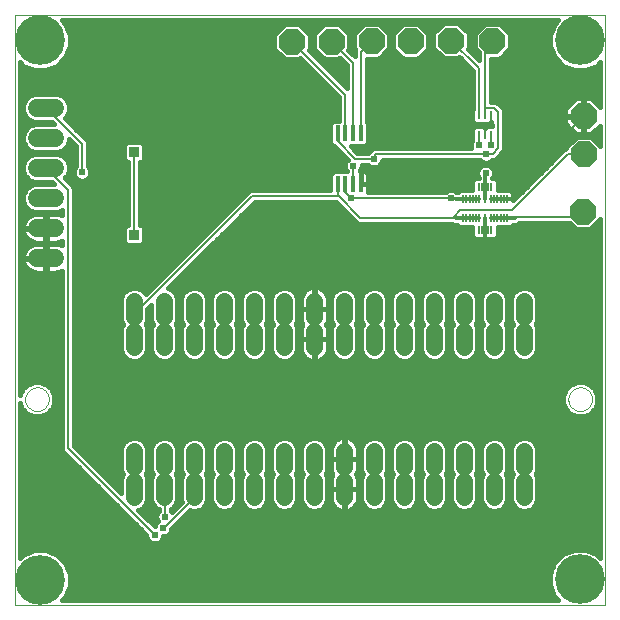
<source format=gtl>
G75*
%MOIN*%
%OFA0B0*%
%FSLAX24Y24*%
%IPPOS*%
%LPD*%
%AMOC8*
5,1,8,0,0,1.08239X$1,22.5*
%
%ADD10C,0.0000*%
%ADD11C,0.0600*%
%ADD12R,0.0112X0.0276*%
%ADD13OC8,0.0850*%
%ADD14C,0.0554*%
%ADD15R,0.0157X0.0531*%
%ADD16C,0.0120*%
%ADD17C,0.0080*%
%ADD18R,0.0356X0.0356*%
%ADD19C,0.0239*%
%ADD20C,0.0240*%
%ADD21C,0.0160*%
%ADD22C,0.1660*%
D10*
X000180Y000180D02*
X000180Y019865D01*
X019865Y019865D01*
X019865Y000180D01*
X000180Y000180D01*
X000528Y007048D02*
X000530Y007087D01*
X000536Y007126D01*
X000546Y007164D01*
X000559Y007201D01*
X000576Y007236D01*
X000596Y007270D01*
X000620Y007301D01*
X000647Y007330D01*
X000676Y007356D01*
X000708Y007379D01*
X000742Y007399D01*
X000778Y007415D01*
X000815Y007427D01*
X000854Y007436D01*
X000893Y007441D01*
X000932Y007442D01*
X000971Y007439D01*
X001010Y007432D01*
X001047Y007421D01*
X001084Y007407D01*
X001119Y007389D01*
X001152Y007368D01*
X001183Y007343D01*
X001211Y007316D01*
X001236Y007286D01*
X001258Y007253D01*
X001277Y007219D01*
X001292Y007183D01*
X001304Y007145D01*
X001312Y007107D01*
X001316Y007068D01*
X001316Y007028D01*
X001312Y006989D01*
X001304Y006951D01*
X001292Y006913D01*
X001277Y006877D01*
X001258Y006843D01*
X001236Y006810D01*
X001211Y006780D01*
X001183Y006753D01*
X001152Y006728D01*
X001119Y006707D01*
X001084Y006689D01*
X001047Y006675D01*
X001010Y006664D01*
X000971Y006657D01*
X000932Y006654D01*
X000893Y006655D01*
X000854Y006660D01*
X000815Y006669D01*
X000778Y006681D01*
X000742Y006697D01*
X000708Y006717D01*
X000676Y006740D01*
X000647Y006766D01*
X000620Y006795D01*
X000596Y006826D01*
X000576Y006860D01*
X000559Y006895D01*
X000546Y006932D01*
X000536Y006970D01*
X000530Y007009D01*
X000528Y007048D01*
X000530Y007087D01*
X000536Y007126D01*
X000546Y007164D01*
X000559Y007201D01*
X000576Y007236D01*
X000596Y007270D01*
X000620Y007301D01*
X000647Y007330D01*
X000676Y007356D01*
X000708Y007379D01*
X000742Y007399D01*
X000778Y007415D01*
X000815Y007427D01*
X000854Y007436D01*
X000893Y007441D01*
X000932Y007442D01*
X000971Y007439D01*
X001010Y007432D01*
X001047Y007421D01*
X001084Y007407D01*
X001119Y007389D01*
X001152Y007368D01*
X001183Y007343D01*
X001211Y007316D01*
X001236Y007286D01*
X001258Y007253D01*
X001277Y007219D01*
X001292Y007183D01*
X001304Y007145D01*
X001312Y007107D01*
X001316Y007068D01*
X001316Y007028D01*
X001312Y006989D01*
X001304Y006951D01*
X001292Y006913D01*
X001277Y006877D01*
X001258Y006843D01*
X001236Y006810D01*
X001211Y006780D01*
X001183Y006753D01*
X001152Y006728D01*
X001119Y006707D01*
X001084Y006689D01*
X001047Y006675D01*
X001010Y006664D01*
X000971Y006657D01*
X000932Y006654D01*
X000893Y006655D01*
X000854Y006660D01*
X000815Y006669D01*
X000778Y006681D01*
X000742Y006697D01*
X000708Y006717D01*
X000676Y006740D01*
X000647Y006766D01*
X000620Y006795D01*
X000596Y006826D01*
X000576Y006860D01*
X000559Y006895D01*
X000546Y006932D01*
X000536Y006970D01*
X000530Y007009D01*
X000528Y007048D01*
X018630Y007048D02*
X018632Y007087D01*
X018638Y007126D01*
X018648Y007164D01*
X018661Y007201D01*
X018678Y007236D01*
X018698Y007270D01*
X018722Y007301D01*
X018749Y007330D01*
X018778Y007356D01*
X018810Y007379D01*
X018844Y007399D01*
X018880Y007415D01*
X018917Y007427D01*
X018956Y007436D01*
X018995Y007441D01*
X019034Y007442D01*
X019073Y007439D01*
X019112Y007432D01*
X019149Y007421D01*
X019186Y007407D01*
X019221Y007389D01*
X019254Y007368D01*
X019285Y007343D01*
X019313Y007316D01*
X019338Y007286D01*
X019360Y007253D01*
X019379Y007219D01*
X019394Y007183D01*
X019406Y007145D01*
X019414Y007107D01*
X019418Y007068D01*
X019418Y007028D01*
X019414Y006989D01*
X019406Y006951D01*
X019394Y006913D01*
X019379Y006877D01*
X019360Y006843D01*
X019338Y006810D01*
X019313Y006780D01*
X019285Y006753D01*
X019254Y006728D01*
X019221Y006707D01*
X019186Y006689D01*
X019149Y006675D01*
X019112Y006664D01*
X019073Y006657D01*
X019034Y006654D01*
X018995Y006655D01*
X018956Y006660D01*
X018917Y006669D01*
X018880Y006681D01*
X018844Y006697D01*
X018810Y006717D01*
X018778Y006740D01*
X018749Y006766D01*
X018722Y006795D01*
X018698Y006826D01*
X018678Y006860D01*
X018661Y006895D01*
X018648Y006932D01*
X018638Y006970D01*
X018632Y007009D01*
X018630Y007048D01*
X018632Y007087D01*
X018638Y007126D01*
X018648Y007164D01*
X018661Y007201D01*
X018678Y007236D01*
X018698Y007270D01*
X018722Y007301D01*
X018749Y007330D01*
X018778Y007356D01*
X018810Y007379D01*
X018844Y007399D01*
X018880Y007415D01*
X018917Y007427D01*
X018956Y007436D01*
X018995Y007441D01*
X019034Y007442D01*
X019073Y007439D01*
X019112Y007432D01*
X019149Y007421D01*
X019186Y007407D01*
X019221Y007389D01*
X019254Y007368D01*
X019285Y007343D01*
X019313Y007316D01*
X019338Y007286D01*
X019360Y007253D01*
X019379Y007219D01*
X019394Y007183D01*
X019406Y007145D01*
X019414Y007107D01*
X019418Y007068D01*
X019418Y007028D01*
X019414Y006989D01*
X019406Y006951D01*
X019394Y006913D01*
X019379Y006877D01*
X019360Y006843D01*
X019338Y006810D01*
X019313Y006780D01*
X019285Y006753D01*
X019254Y006728D01*
X019221Y006707D01*
X019186Y006689D01*
X019149Y006675D01*
X019112Y006664D01*
X019073Y006657D01*
X019034Y006654D01*
X018995Y006655D01*
X018956Y006660D01*
X018917Y006669D01*
X018880Y006681D01*
X018844Y006697D01*
X018810Y006717D01*
X018778Y006740D01*
X018749Y006766D01*
X018722Y006795D01*
X018698Y006826D01*
X018678Y006860D01*
X018661Y006895D01*
X018648Y006932D01*
X018638Y006970D01*
X018632Y007009D01*
X018630Y007048D01*
D11*
X001523Y011750D02*
X000923Y011750D01*
X000923Y012750D02*
X001523Y012750D01*
X001523Y013750D02*
X000923Y013750D01*
X000923Y014750D02*
X001523Y014750D01*
X001523Y015750D02*
X000923Y015750D01*
X000923Y016750D02*
X001523Y016750D01*
D12*
X015124Y013726D03*
X015231Y013726D03*
X015339Y013726D03*
X015446Y013726D03*
X015553Y013726D03*
X015659Y013727D03*
X015856Y013727D03*
X016053Y013727D03*
X016158Y013727D03*
X016265Y013727D03*
X016373Y013727D03*
X016480Y013727D03*
X016587Y013727D03*
X016070Y014110D03*
X015963Y014110D03*
X015856Y014110D03*
X015748Y014110D03*
X015640Y014110D03*
X015856Y013947D03*
X015856Y013078D03*
X015856Y012882D03*
X015856Y012695D03*
X015963Y012694D03*
X016070Y012695D03*
X015748Y012695D03*
X015640Y012695D03*
X015659Y013078D03*
X015552Y013078D03*
X015445Y013078D03*
X015338Y013078D03*
X015230Y013078D03*
X015123Y013078D03*
X016053Y013078D03*
X016162Y013078D03*
X016269Y013078D03*
X016377Y013078D03*
X016484Y013078D03*
X016591Y013078D03*
X016046Y015856D03*
X015849Y015856D03*
X015653Y015856D03*
X015653Y016506D03*
X015849Y016506D03*
X016046Y016506D03*
D13*
X016099Y018983D03*
X014721Y019001D03*
X013374Y018976D03*
X012073Y018981D03*
X010739Y018970D03*
X009422Y018962D03*
X019138Y016479D03*
X019147Y015215D03*
X019119Y013299D03*
D14*
X017162Y010326D02*
X017162Y009771D01*
X017162Y009326D02*
X017162Y008771D01*
X016162Y008771D02*
X016162Y009326D01*
X016162Y009771D02*
X016162Y010326D01*
X015162Y010326D02*
X015162Y009771D01*
X015162Y009326D02*
X015162Y008771D01*
X014162Y008771D02*
X014162Y009326D01*
X014162Y009771D02*
X014162Y010326D01*
X013162Y010326D02*
X013162Y009771D01*
X013162Y009326D02*
X013162Y008771D01*
X012162Y008771D02*
X012162Y009326D01*
X012162Y009771D02*
X012162Y010326D01*
X011162Y010326D02*
X011162Y009771D01*
X011162Y009326D02*
X011162Y008771D01*
X010162Y008771D02*
X010162Y009326D01*
X010162Y009771D02*
X010162Y010326D01*
X009162Y010326D02*
X009162Y009771D01*
X009162Y009326D02*
X009162Y008771D01*
X008162Y008771D02*
X008162Y009326D01*
X008162Y009771D02*
X008162Y010326D01*
X007162Y010326D02*
X007162Y009771D01*
X007162Y009326D02*
X007162Y008771D01*
X006162Y008771D02*
X006162Y009326D01*
X006162Y009771D02*
X006162Y010326D01*
X005162Y010326D02*
X005162Y009771D01*
X005162Y009326D02*
X005162Y008771D01*
X004162Y008771D02*
X004162Y009326D01*
X004162Y009771D02*
X004162Y010326D01*
X004162Y005326D02*
X004162Y004771D01*
X004162Y004326D02*
X004162Y003771D01*
X005162Y003771D02*
X005162Y004326D01*
X005162Y004771D02*
X005162Y005326D01*
X006162Y005326D02*
X006162Y004771D01*
X006162Y004326D02*
X006162Y003771D01*
X007162Y003771D02*
X007162Y004326D01*
X007162Y004771D02*
X007162Y005326D01*
X008162Y005326D02*
X008162Y004771D01*
X008162Y004326D02*
X008162Y003771D01*
X009162Y003771D02*
X009162Y004326D01*
X009162Y004771D02*
X009162Y005326D01*
X010162Y005326D02*
X010162Y004771D01*
X010162Y004326D02*
X010162Y003771D01*
X011162Y003771D02*
X011162Y004326D01*
X011162Y004771D02*
X011162Y005326D01*
X012162Y005326D02*
X012162Y004771D01*
X012162Y004326D02*
X012162Y003771D01*
X013162Y003771D02*
X013162Y004326D01*
X013162Y004771D02*
X013162Y005326D01*
X014162Y005326D02*
X014162Y004771D01*
X014162Y004326D02*
X014162Y003771D01*
X015162Y003771D02*
X015162Y004326D01*
X015162Y004771D02*
X015162Y005326D01*
X016162Y005326D02*
X016162Y004771D01*
X016162Y004326D02*
X016162Y003771D01*
X017162Y003771D02*
X017162Y004326D01*
X017162Y004771D02*
X017162Y005326D01*
D15*
X011708Y014216D03*
X011452Y014216D03*
X011196Y014216D03*
X010940Y014216D03*
X010940Y015909D03*
X011196Y015909D03*
X011452Y015909D03*
X011708Y015909D03*
D16*
X014874Y013727D02*
X015083Y013727D01*
X015659Y013727D01*
X015856Y013727D02*
X015861Y013727D01*
X015861Y014522D01*
X016053Y013727D02*
X016674Y013728D01*
X016864Y013728D01*
X016845Y013081D02*
X016559Y013081D01*
X016053Y013078D01*
X015862Y013078D02*
X015867Y012352D01*
X015856Y013078D02*
X015862Y013078D01*
X015659Y013078D02*
X015314Y013078D01*
X014889Y013079D01*
D17*
X014830Y013100D01*
X014810Y013100D01*
X014810Y013130D01*
X015020Y013340D01*
X016740Y013340D01*
X018610Y015210D01*
X019140Y015210D01*
X019147Y015215D01*
X019130Y016470D02*
X019138Y016479D01*
X019130Y016470D02*
X016890Y014230D01*
X016890Y013780D01*
X016864Y013728D01*
X016900Y013110D02*
X016845Y013081D01*
X016900Y013110D02*
X018930Y013110D01*
X019110Y013290D01*
X019119Y013299D01*
X016290Y015410D02*
X016290Y016630D01*
X016150Y016770D01*
X015850Y016770D01*
X015850Y016510D01*
X015849Y016506D01*
X016040Y016500D02*
X016040Y016330D01*
X015850Y016140D01*
X015820Y016160D01*
X015470Y016160D01*
X015653Y015856D02*
X015660Y015850D01*
X015660Y015510D01*
X015880Y015217D02*
X016108Y015218D01*
X012186Y015211D01*
X012160Y015070D01*
X011520Y015070D01*
X010950Y015640D01*
X010950Y015900D01*
X010940Y015909D01*
X011190Y015910D02*
X011196Y015909D01*
X011190Y015910D02*
X011190Y017200D01*
X009430Y018960D01*
X009422Y018962D01*
X010739Y018970D02*
X010740Y018970D01*
X011450Y018260D01*
X011450Y015910D01*
X011452Y015909D01*
X011708Y015909D02*
X011710Y015910D01*
X011710Y018620D01*
X012070Y018980D01*
X012073Y018981D01*
X014721Y019001D02*
X014730Y019000D01*
X015650Y018080D01*
X015650Y016510D01*
X015653Y016506D01*
X015850Y016770D02*
X015850Y018740D01*
X016090Y018980D01*
X016099Y018983D01*
X016046Y016506D02*
X016040Y016500D01*
X015850Y016140D02*
X015850Y015860D01*
X015849Y015856D01*
X016046Y015856D02*
X016050Y015850D01*
X016050Y015510D01*
X016290Y015410D02*
X016108Y015218D01*
X015880Y014580D02*
X015861Y014522D01*
X014874Y013727D02*
X014820Y013750D01*
X014720Y013750D01*
X011400Y013750D01*
X011380Y013750D01*
X011400Y013750D02*
X011200Y013950D01*
X011200Y014210D01*
X011196Y014216D01*
X010950Y014210D02*
X010940Y014216D01*
X010950Y014210D02*
X010950Y013840D01*
X010920Y013820D01*
X008090Y013820D01*
X004320Y010050D01*
X004170Y010050D01*
X004162Y010048D01*
X006160Y010040D02*
X006160Y009050D01*
X006162Y009048D01*
X006160Y010040D02*
X006162Y010048D01*
X007160Y010040D02*
X007160Y009050D01*
X007162Y009048D01*
X007160Y010040D02*
X007162Y010048D01*
X008160Y010040D02*
X008160Y009050D01*
X008162Y009048D01*
X008160Y010040D02*
X008162Y010048D01*
X009160Y010040D02*
X009160Y009050D01*
X009162Y009048D01*
X009160Y010040D02*
X009162Y010048D01*
X010154Y010040D02*
X010160Y010050D01*
X010162Y010048D01*
X010160Y009060D02*
X010162Y009048D01*
X013160Y009050D02*
X013162Y009048D01*
X013160Y009050D02*
X013160Y010040D01*
X013162Y010048D01*
X014160Y010040D02*
X014160Y009050D01*
X014162Y009048D01*
X014160Y010040D02*
X014162Y010048D01*
X015160Y010040D02*
X015160Y009050D01*
X015162Y009048D01*
X015160Y010040D02*
X015162Y010048D01*
X016160Y010040D02*
X016160Y009050D01*
X016162Y009048D01*
X016160Y010040D02*
X016162Y010048D01*
X017160Y010040D02*
X017160Y009050D01*
X017162Y009048D01*
X017160Y010040D02*
X017162Y010048D01*
X014810Y013100D02*
X011690Y013100D01*
X010950Y013840D01*
X011452Y014216D02*
X011460Y014220D01*
X011460Y014830D01*
X004164Y015280D02*
X004162Y012530D01*
X002420Y014610D02*
X002420Y015560D01*
X001230Y016750D01*
X001223Y016750D01*
X001230Y014750D02*
X001223Y014750D01*
X001230Y014750D02*
X001950Y014030D01*
X001950Y005420D01*
X004850Y002520D01*
X005120Y002760D02*
X005150Y002760D01*
X006160Y003770D01*
X006160Y004040D01*
X006162Y004048D01*
X006160Y004090D01*
X006160Y005040D01*
X006162Y005048D01*
X007160Y005040D02*
X007160Y004050D01*
X007162Y004048D01*
X007160Y005040D02*
X007162Y005048D01*
X008160Y005040D02*
X008160Y004050D01*
X008162Y004048D01*
X008160Y005040D02*
X008162Y005048D01*
X009160Y005040D02*
X009160Y004050D01*
X009162Y004048D01*
X009160Y005040D02*
X009162Y005048D01*
X005162Y005048D02*
X005160Y005040D01*
X005160Y004080D01*
X005162Y004048D01*
X005170Y004040D01*
X005180Y004030D01*
X005180Y003130D01*
X014160Y004050D02*
X014162Y004048D01*
X014160Y004050D02*
X014160Y005040D01*
X014162Y005048D01*
X015160Y005040D02*
X015160Y004050D01*
X015162Y004048D01*
X015160Y005040D02*
X015162Y005048D01*
X016160Y005040D02*
X016160Y004050D01*
X016162Y004048D01*
X016160Y005040D02*
X016162Y005048D01*
X017160Y005040D02*
X017160Y004050D01*
X017162Y004048D01*
X017160Y005040D02*
X017162Y005048D01*
D18*
X004162Y012530D03*
X004164Y015280D03*
D19*
X012160Y015070D03*
X014720Y013750D03*
D20*
X015880Y014580D03*
X015880Y015217D03*
X016050Y015510D03*
X015660Y015510D03*
X015470Y016160D03*
X011460Y014830D03*
X011380Y013750D03*
X002420Y014610D03*
X005180Y003130D03*
X005120Y002760D03*
X004850Y002520D03*
D21*
X005103Y002399D02*
X019685Y002399D01*
X019685Y002241D02*
X004907Y002241D01*
X004906Y002240D02*
X005009Y002283D01*
X005087Y002361D01*
X005130Y002464D01*
X005130Y002480D01*
X005176Y002480D01*
X005279Y002523D01*
X005357Y002601D01*
X005400Y002704D01*
X005400Y002727D01*
X006027Y003354D01*
X006075Y003334D01*
X006249Y003334D01*
X006410Y003401D01*
X006533Y003524D01*
X006599Y003684D01*
X006599Y004412D01*
X006543Y004548D01*
X006599Y004684D01*
X006599Y005412D01*
X006533Y005573D01*
X006410Y005696D01*
X006249Y005763D01*
X006075Y005763D01*
X005915Y005696D01*
X005792Y005573D01*
X005725Y005412D01*
X005725Y004684D01*
X005781Y004548D01*
X005725Y004412D01*
X005725Y003684D01*
X005745Y003637D01*
X005407Y003299D01*
X005380Y003326D01*
X005380Y003388D01*
X005410Y003401D01*
X005533Y003524D01*
X005599Y003684D01*
X005599Y004412D01*
X005543Y004548D01*
X005599Y004684D01*
X005599Y005412D01*
X005533Y005573D01*
X005410Y005696D01*
X005249Y005763D01*
X005075Y005763D01*
X004915Y005696D01*
X004792Y005573D01*
X004725Y005412D01*
X004725Y004684D01*
X004781Y004548D01*
X004725Y004412D01*
X004725Y003684D01*
X004792Y003524D01*
X004915Y003401D01*
X004980Y003374D01*
X004980Y003326D01*
X004943Y003289D01*
X004900Y003186D01*
X004900Y003074D01*
X004941Y002976D01*
X004883Y002919D01*
X004840Y002816D01*
X004840Y002813D01*
X004298Y003354D01*
X004410Y003401D01*
X004533Y003524D01*
X004599Y003684D01*
X004599Y004412D01*
X004543Y004548D01*
X004599Y004684D01*
X004599Y005412D01*
X004533Y005573D01*
X004410Y005696D01*
X004249Y005763D01*
X004075Y005763D01*
X003915Y005696D01*
X003792Y005573D01*
X003725Y005412D01*
X003725Y004684D01*
X003781Y004548D01*
X003725Y004412D01*
X003725Y003928D01*
X002150Y005503D01*
X002150Y014113D01*
X001843Y014420D01*
X001913Y014490D01*
X001983Y014659D01*
X001983Y014842D01*
X001913Y015011D01*
X001783Y015140D01*
X001614Y015210D01*
X000831Y015210D01*
X000662Y015140D01*
X000533Y015011D01*
X000463Y014842D01*
X000463Y014659D01*
X000533Y014490D01*
X000662Y014360D01*
X000831Y014290D01*
X001407Y014290D01*
X001487Y014210D01*
X000831Y014210D01*
X000662Y014140D01*
X000533Y014011D01*
X000463Y013842D01*
X000463Y013659D01*
X000533Y013490D01*
X000662Y013360D01*
X000831Y013290D01*
X001614Y013290D01*
X001750Y013346D01*
X001750Y013173D01*
X001707Y013195D01*
X001635Y013218D01*
X001561Y013230D01*
X001243Y013230D01*
X001243Y012770D01*
X001203Y012770D01*
X001203Y012730D01*
X001243Y012730D01*
X001243Y012270D01*
X001561Y012270D01*
X001635Y012282D01*
X001707Y012305D01*
X001750Y012327D01*
X001750Y012173D01*
X001707Y012195D01*
X001635Y012218D01*
X001561Y012230D01*
X001243Y012230D01*
X001243Y011770D01*
X001203Y011770D01*
X001203Y011730D01*
X001243Y011730D01*
X001243Y011270D01*
X001561Y011270D01*
X001635Y011282D01*
X001707Y011305D01*
X001750Y011327D01*
X001750Y005337D01*
X001867Y005220D01*
X004570Y002517D01*
X004570Y002464D01*
X004613Y002361D01*
X004691Y002283D01*
X004794Y002240D01*
X004906Y002240D01*
X004793Y002241D02*
X000360Y002241D01*
X000360Y002399D02*
X004597Y002399D01*
X004530Y002558D02*
X000360Y002558D01*
X000360Y002716D02*
X004371Y002716D01*
X004213Y002875D02*
X000360Y002875D01*
X000360Y003033D02*
X004054Y003033D01*
X003896Y003192D02*
X000360Y003192D01*
X000360Y003350D02*
X003737Y003350D01*
X003579Y003509D02*
X000360Y003509D01*
X000360Y003667D02*
X003420Y003667D01*
X003262Y003826D02*
X000360Y003826D01*
X000360Y003984D02*
X003103Y003984D01*
X002945Y004143D02*
X000360Y004143D01*
X000360Y004301D02*
X002786Y004301D01*
X002628Y004460D02*
X000360Y004460D01*
X000360Y004618D02*
X002469Y004618D01*
X002311Y004777D02*
X000360Y004777D01*
X000360Y004935D02*
X002152Y004935D01*
X001994Y005094D02*
X000360Y005094D01*
X000360Y005252D02*
X001835Y005252D01*
X001750Y005411D02*
X000360Y005411D01*
X000360Y005569D02*
X001750Y005569D01*
X001750Y005728D02*
X000360Y005728D01*
X000360Y005886D02*
X001750Y005886D01*
X001750Y006045D02*
X000360Y006045D01*
X000360Y006203D02*
X001750Y006203D01*
X001750Y006362D02*
X000360Y006362D01*
X000360Y006520D02*
X000698Y006520D01*
X000597Y006562D02*
X000436Y006723D01*
X000360Y006906D01*
X000360Y001760D01*
X000469Y001869D01*
X000833Y002020D01*
X001227Y002020D01*
X001591Y001869D01*
X001869Y001591D01*
X002020Y001227D01*
X002020Y000833D01*
X001869Y000469D01*
X001760Y000360D01*
X018292Y000360D01*
X018170Y000482D01*
X018019Y000845D01*
X018019Y001239D01*
X018170Y001603D01*
X018449Y001882D01*
X018812Y002032D01*
X019206Y002032D01*
X019570Y001882D01*
X019685Y001767D01*
X019685Y013038D01*
X019361Y012714D01*
X018876Y012714D01*
X018680Y012910D01*
X016985Y012910D01*
X016937Y012862D01*
X016795Y012861D01*
X016713Y012780D01*
X016606Y012780D01*
X016606Y012780D01*
X016362Y012780D01*
X016361Y012780D01*
X016286Y012780D01*
X016286Y012490D01*
X016192Y012397D01*
X016085Y012397D01*
X016085Y012397D01*
X015840Y012397D01*
X015840Y012397D01*
X015518Y012397D01*
X015424Y012491D01*
X015424Y012780D01*
X015323Y012780D01*
X015322Y012780D01*
X015000Y012780D01*
X014922Y012859D01*
X014797Y012859D01*
X014756Y012900D01*
X011607Y012900D01*
X010887Y013620D01*
X008173Y013620D01*
X005296Y010743D01*
X005410Y010696D01*
X005533Y010573D01*
X005599Y010412D01*
X005599Y009684D01*
X005543Y009548D01*
X005599Y009412D01*
X005599Y008684D01*
X005533Y008524D01*
X005410Y008401D01*
X005249Y008334D01*
X005075Y008334D01*
X004915Y008401D01*
X004792Y008524D01*
X004725Y008684D01*
X004725Y009412D01*
X004781Y009548D01*
X004725Y009684D01*
X004725Y010172D01*
X004599Y010047D01*
X004599Y009684D01*
X004543Y009548D01*
X004599Y009412D01*
X004599Y008684D01*
X004533Y008524D01*
X004410Y008401D01*
X004249Y008334D01*
X004075Y008334D01*
X003915Y008401D01*
X003792Y008524D01*
X003725Y008684D01*
X003725Y009412D01*
X003781Y009548D01*
X003725Y009684D01*
X003725Y010412D01*
X003792Y010573D01*
X003915Y010696D01*
X004075Y010763D01*
X004249Y010763D01*
X004410Y010696D01*
X004533Y010573D01*
X004541Y010554D01*
X007890Y013903D01*
X008007Y014020D01*
X010701Y014020D01*
X010701Y014548D01*
X010795Y014642D01*
X011252Y014642D01*
X011223Y014671D01*
X011180Y014774D01*
X011180Y014886D01*
X011223Y014989D01*
X011271Y015037D01*
X010824Y015483D01*
X010795Y015483D01*
X010701Y015577D01*
X010701Y016241D01*
X010795Y016335D01*
X010990Y016335D01*
X010990Y017117D01*
X009697Y018410D01*
X009664Y018377D01*
X009179Y018377D01*
X008837Y018720D01*
X008837Y019204D01*
X009179Y019547D01*
X009664Y019547D01*
X010007Y019204D01*
X010007Y018720D01*
X009980Y018693D01*
X011250Y017423D01*
X011250Y018177D01*
X011011Y018416D01*
X010981Y018385D01*
X010496Y018385D01*
X010154Y018728D01*
X010154Y019213D01*
X010496Y019555D01*
X010981Y019555D01*
X011324Y019213D01*
X011324Y018728D01*
X011294Y018699D01*
X011510Y018483D01*
X011510Y018703D01*
X011517Y018710D01*
X011488Y018739D01*
X011488Y019224D01*
X011831Y019566D01*
X012315Y019566D01*
X012658Y019224D01*
X012658Y018739D01*
X012315Y018396D01*
X011910Y018396D01*
X011910Y016278D01*
X011947Y016241D01*
X011947Y015577D01*
X011853Y015483D01*
X011390Y015483D01*
X011603Y015270D01*
X011965Y015270D01*
X011986Y015291D01*
X011986Y015294D01*
X012000Y015308D01*
X012004Y015329D01*
X012057Y015365D01*
X012103Y015411D01*
X012124Y015411D01*
X012141Y015423D01*
X012204Y015411D01*
X015396Y015417D01*
X015380Y015454D01*
X015380Y015566D01*
X015423Y015669D01*
X015436Y015682D01*
X015436Y016060D01*
X015530Y016154D01*
X015710Y016154D01*
X015724Y016162D01*
X015770Y016174D01*
X015849Y016174D01*
X015849Y016080D01*
X015849Y016080D01*
X015849Y016080D01*
X015849Y016174D01*
X015929Y016174D01*
X015975Y016162D01*
X015988Y016154D01*
X016090Y016154D01*
X016090Y016188D01*
X016046Y016188D01*
X016046Y016283D01*
X016046Y016188D01*
X015967Y016188D01*
X015921Y016200D01*
X015907Y016208D01*
X015530Y016208D01*
X015436Y016302D01*
X015436Y016710D01*
X015450Y016724D01*
X015450Y017997D01*
X014997Y018450D01*
X014963Y018416D01*
X014479Y018416D01*
X014136Y018759D01*
X014136Y019244D01*
X014479Y019586D01*
X014963Y019586D01*
X015306Y019244D01*
X015306Y018759D01*
X015280Y018733D01*
X015650Y018363D01*
X015650Y018605D01*
X015514Y018741D01*
X015514Y019225D01*
X015857Y019568D01*
X016342Y019568D01*
X016684Y019225D01*
X016684Y018741D01*
X016342Y018398D01*
X016050Y018398D01*
X016050Y016970D01*
X016233Y016970D01*
X016350Y016853D01*
X016490Y016713D01*
X016490Y015413D01*
X016492Y015333D01*
X016490Y015330D01*
X016490Y015327D01*
X016433Y015271D01*
X016309Y015139D01*
X016309Y015136D01*
X016309Y015136D01*
X016309Y015136D01*
X016252Y015079D01*
X018196Y015079D01*
X018038Y014921D02*
X012401Y014921D01*
X012397Y014912D02*
X012438Y015012D01*
X015684Y015017D01*
X015721Y014980D01*
X015824Y014937D01*
X015936Y014937D01*
X016039Y014980D01*
X016076Y015017D01*
X016111Y015018D01*
X016192Y015018D01*
X016194Y015020D01*
X016197Y015020D01*
X016252Y015079D01*
X016192Y015018D02*
X016192Y015018D01*
X016192Y015018D01*
X016039Y014817D02*
X015936Y014860D01*
X015824Y014860D01*
X015721Y014817D01*
X015643Y014739D01*
X015600Y014636D01*
X015600Y014524D01*
X015641Y014425D01*
X015641Y014408D01*
X015518Y014408D01*
X015424Y014314D01*
X015424Y014024D01*
X015217Y014024D01*
X015001Y014024D01*
X014925Y013947D01*
X014918Y013947D01*
X014878Y013987D01*
X014776Y014030D01*
X014664Y014030D01*
X014562Y013987D01*
X014525Y013950D01*
X011967Y013950D01*
X011967Y014216D01*
X011967Y014506D01*
X011954Y014551D01*
X011931Y014592D01*
X011897Y014626D01*
X011856Y014650D01*
X011810Y014662D01*
X011708Y014662D01*
X011708Y014216D01*
X011708Y014216D01*
X011967Y014216D01*
X011708Y014216D01*
X011708Y014216D01*
X011708Y014662D01*
X011688Y014662D01*
X011697Y014671D01*
X011740Y014774D01*
X011740Y014870D01*
X011965Y014870D01*
X012002Y014833D01*
X012104Y014790D01*
X012216Y014790D01*
X012318Y014833D01*
X012397Y014912D01*
X011919Y014604D02*
X015600Y014604D01*
X015633Y014445D02*
X011967Y014445D01*
X011967Y014287D02*
X015424Y014287D01*
X015424Y014128D02*
X011967Y014128D01*
X011967Y013970D02*
X014544Y013970D01*
X014896Y013970D02*
X014947Y013970D01*
X015217Y014024D02*
X015217Y014024D01*
X015666Y014762D02*
X011735Y014762D01*
X011708Y014604D02*
X011708Y014604D01*
X011708Y014445D02*
X011708Y014445D01*
X011708Y014287D02*
X011708Y014287D01*
X011185Y014762D02*
X004364Y014762D01*
X004363Y014604D02*
X010757Y014604D01*
X010701Y014445D02*
X004363Y014445D01*
X004363Y014287D02*
X010701Y014287D01*
X010701Y014128D02*
X004363Y014128D01*
X004363Y013970D02*
X007957Y013970D01*
X007798Y013811D02*
X004363Y013811D01*
X004363Y013653D02*
X007640Y013653D01*
X007481Y013494D02*
X004363Y013494D01*
X004363Y013336D02*
X007323Y013336D01*
X007164Y013177D02*
X004363Y013177D01*
X004362Y013019D02*
X007006Y013019D01*
X006847Y012860D02*
X004415Y012860D01*
X004407Y012868D02*
X004500Y012775D01*
X004500Y012286D01*
X004407Y012192D01*
X003918Y012192D01*
X003824Y012286D01*
X003824Y012775D01*
X003918Y012868D01*
X003962Y012868D01*
X003964Y014942D01*
X003920Y014942D01*
X003826Y015036D01*
X003826Y015525D01*
X003920Y015619D01*
X004408Y015619D01*
X004502Y015525D01*
X004502Y015036D01*
X004408Y014942D01*
X004364Y014942D01*
X004362Y012868D01*
X004407Y012868D01*
X004500Y012702D02*
X006689Y012702D01*
X006530Y012543D02*
X004500Y012543D01*
X004500Y012385D02*
X006372Y012385D01*
X006213Y012226D02*
X004441Y012226D01*
X003884Y012226D02*
X002150Y012226D01*
X002150Y012068D02*
X006055Y012068D01*
X005896Y011909D02*
X002150Y011909D01*
X002150Y011751D02*
X005738Y011751D01*
X005579Y011592D02*
X002150Y011592D01*
X002150Y011434D02*
X005421Y011434D01*
X005262Y011275D02*
X002150Y011275D01*
X002150Y011117D02*
X005104Y011117D01*
X004945Y010958D02*
X002150Y010958D01*
X002150Y010800D02*
X004787Y010800D01*
X004628Y010641D02*
X004465Y010641D01*
X004718Y010166D02*
X004725Y010166D01*
X004725Y010007D02*
X004599Y010007D01*
X004599Y009849D02*
X004725Y009849D01*
X004725Y009690D02*
X004599Y009690D01*
X004550Y009532D02*
X004774Y009532D01*
X004725Y009373D02*
X004599Y009373D01*
X004599Y009215D02*
X004725Y009215D01*
X004725Y009056D02*
X004599Y009056D01*
X004599Y008898D02*
X004725Y008898D01*
X004725Y008739D02*
X004599Y008739D01*
X004556Y008581D02*
X004768Y008581D01*
X004893Y008422D02*
X004431Y008422D01*
X003893Y008422D02*
X002150Y008422D01*
X002150Y008264D02*
X019685Y008264D01*
X019685Y008422D02*
X017431Y008422D01*
X017410Y008401D02*
X017533Y008524D01*
X017599Y008684D01*
X017599Y009412D01*
X017543Y009548D01*
X017599Y009684D01*
X017599Y010412D01*
X017533Y010573D01*
X017410Y010696D01*
X017249Y010763D01*
X017075Y010763D01*
X016915Y010696D01*
X016792Y010573D01*
X016725Y010412D01*
X016725Y009684D01*
X016781Y009548D01*
X016725Y009412D01*
X016725Y008684D01*
X016792Y008524D01*
X016915Y008401D01*
X017075Y008334D01*
X017249Y008334D01*
X017410Y008401D01*
X017556Y008581D02*
X019685Y008581D01*
X019685Y008739D02*
X017599Y008739D01*
X017599Y008898D02*
X019685Y008898D01*
X019685Y009056D02*
X017599Y009056D01*
X017599Y009215D02*
X019685Y009215D01*
X019685Y009373D02*
X017599Y009373D01*
X017550Y009532D02*
X019685Y009532D01*
X019685Y009690D02*
X017599Y009690D01*
X017599Y009849D02*
X019685Y009849D01*
X019685Y010007D02*
X017599Y010007D01*
X017599Y010166D02*
X019685Y010166D01*
X019685Y010324D02*
X017599Y010324D01*
X017570Y010483D02*
X019685Y010483D01*
X019685Y010641D02*
X017465Y010641D01*
X016860Y010641D02*
X016465Y010641D01*
X016410Y010696D02*
X016533Y010573D01*
X016599Y010412D01*
X016599Y009684D01*
X016543Y009548D01*
X016599Y009412D01*
X016599Y008684D01*
X016533Y008524D01*
X016410Y008401D01*
X016249Y008334D01*
X016075Y008334D01*
X015915Y008401D01*
X015792Y008524D01*
X015725Y008684D01*
X015725Y009412D01*
X015781Y009548D01*
X015725Y009684D01*
X015725Y010412D01*
X015792Y010573D01*
X015915Y010696D01*
X016075Y010763D01*
X016249Y010763D01*
X016410Y010696D01*
X016570Y010483D02*
X016754Y010483D01*
X016725Y010324D02*
X016599Y010324D01*
X016599Y010166D02*
X016725Y010166D01*
X016725Y010007D02*
X016599Y010007D01*
X016599Y009849D02*
X016725Y009849D01*
X016725Y009690D02*
X016599Y009690D01*
X016550Y009532D02*
X016774Y009532D01*
X016725Y009373D02*
X016599Y009373D01*
X016599Y009215D02*
X016725Y009215D01*
X016725Y009056D02*
X016599Y009056D01*
X016599Y008898D02*
X016725Y008898D01*
X016725Y008739D02*
X016599Y008739D01*
X016556Y008581D02*
X016768Y008581D01*
X016893Y008422D02*
X016431Y008422D01*
X015893Y008422D02*
X015431Y008422D01*
X015410Y008401D02*
X015533Y008524D01*
X015599Y008684D01*
X015599Y009412D01*
X015543Y009548D01*
X015599Y009684D01*
X015599Y010412D01*
X015533Y010573D01*
X015410Y010696D01*
X015249Y010763D01*
X015075Y010763D01*
X014915Y010696D01*
X014792Y010573D01*
X014725Y010412D01*
X014725Y009684D01*
X014781Y009548D01*
X014725Y009412D01*
X014725Y008684D01*
X014792Y008524D01*
X014915Y008401D01*
X015075Y008334D01*
X015249Y008334D01*
X015410Y008401D01*
X015556Y008581D02*
X015768Y008581D01*
X015725Y008739D02*
X015599Y008739D01*
X015599Y008898D02*
X015725Y008898D01*
X015725Y009056D02*
X015599Y009056D01*
X015599Y009215D02*
X015725Y009215D01*
X015725Y009373D02*
X015599Y009373D01*
X015550Y009532D02*
X015774Y009532D01*
X015725Y009690D02*
X015599Y009690D01*
X015599Y009849D02*
X015725Y009849D01*
X015725Y010007D02*
X015599Y010007D01*
X015599Y010166D02*
X015725Y010166D01*
X015725Y010324D02*
X015599Y010324D01*
X015570Y010483D02*
X015754Y010483D01*
X015860Y010641D02*
X015465Y010641D01*
X014860Y010641D02*
X014465Y010641D01*
X014410Y010696D02*
X014533Y010573D01*
X014599Y010412D01*
X014599Y009684D01*
X014543Y009548D01*
X014599Y009412D01*
X014599Y008684D01*
X014533Y008524D01*
X014410Y008401D01*
X014249Y008334D01*
X014075Y008334D01*
X013915Y008401D01*
X013792Y008524D01*
X013725Y008684D01*
X013725Y009412D01*
X013781Y009548D01*
X013725Y009684D01*
X013725Y010412D01*
X013792Y010573D01*
X013915Y010696D01*
X014075Y010763D01*
X014249Y010763D01*
X014410Y010696D01*
X014570Y010483D02*
X014754Y010483D01*
X014725Y010324D02*
X014599Y010324D01*
X014599Y010166D02*
X014725Y010166D01*
X014725Y010007D02*
X014599Y010007D01*
X014599Y009849D02*
X014725Y009849D01*
X014725Y009690D02*
X014599Y009690D01*
X014550Y009532D02*
X014774Y009532D01*
X014725Y009373D02*
X014599Y009373D01*
X014599Y009215D02*
X014725Y009215D01*
X014725Y009056D02*
X014599Y009056D01*
X014599Y008898D02*
X014725Y008898D01*
X014725Y008739D02*
X014599Y008739D01*
X014556Y008581D02*
X014768Y008581D01*
X014893Y008422D02*
X014431Y008422D01*
X013893Y008422D02*
X013431Y008422D01*
X013410Y008401D02*
X013533Y008524D01*
X013599Y008684D01*
X013599Y009412D01*
X013543Y009548D01*
X013599Y009684D01*
X013599Y010412D01*
X013533Y010573D01*
X013410Y010696D01*
X013249Y010763D01*
X013075Y010763D01*
X012915Y010696D01*
X012792Y010573D01*
X012725Y010412D01*
X012725Y009684D01*
X012781Y009548D01*
X012725Y009412D01*
X012725Y008684D01*
X012792Y008524D01*
X012915Y008401D01*
X013075Y008334D01*
X013249Y008334D01*
X013410Y008401D01*
X013556Y008581D02*
X013768Y008581D01*
X013725Y008739D02*
X013599Y008739D01*
X013599Y008898D02*
X013725Y008898D01*
X013725Y009056D02*
X013599Y009056D01*
X013599Y009215D02*
X013725Y009215D01*
X013725Y009373D02*
X013599Y009373D01*
X013550Y009532D02*
X013774Y009532D01*
X013725Y009690D02*
X013599Y009690D01*
X013599Y009849D02*
X013725Y009849D01*
X013725Y010007D02*
X013599Y010007D01*
X013599Y010166D02*
X013725Y010166D01*
X013725Y010324D02*
X013599Y010324D01*
X013570Y010483D02*
X013754Y010483D01*
X013860Y010641D02*
X013465Y010641D01*
X012860Y010641D02*
X012465Y010641D01*
X012410Y010696D02*
X012533Y010573D01*
X012599Y010412D01*
X012599Y009684D01*
X012543Y009548D01*
X012599Y009412D01*
X012599Y008684D01*
X012533Y008524D01*
X012410Y008401D01*
X012249Y008334D01*
X012075Y008334D01*
X011915Y008401D01*
X011792Y008524D01*
X011725Y008684D01*
X011725Y009412D01*
X011781Y009548D01*
X011725Y009684D01*
X011725Y010412D01*
X011792Y010573D01*
X011915Y010696D01*
X012075Y010763D01*
X012249Y010763D01*
X012410Y010696D01*
X012570Y010483D02*
X012754Y010483D01*
X012725Y010324D02*
X012599Y010324D01*
X012599Y010166D02*
X012725Y010166D01*
X012725Y010007D02*
X012599Y010007D01*
X012599Y009849D02*
X012725Y009849D01*
X012725Y009690D02*
X012599Y009690D01*
X012550Y009532D02*
X012774Y009532D01*
X012725Y009373D02*
X012599Y009373D01*
X012599Y009215D02*
X012725Y009215D01*
X012725Y009056D02*
X012599Y009056D01*
X012599Y008898D02*
X012725Y008898D01*
X012725Y008739D02*
X012599Y008739D01*
X012556Y008581D02*
X012768Y008581D01*
X012893Y008422D02*
X012431Y008422D01*
X011893Y008422D02*
X011431Y008422D01*
X011410Y008401D02*
X011533Y008524D01*
X011599Y008684D01*
X011599Y009412D01*
X011543Y009548D01*
X011599Y009684D01*
X011599Y010412D01*
X011533Y010573D01*
X011410Y010696D01*
X011249Y010763D01*
X011075Y010763D01*
X010915Y010696D01*
X010792Y010573D01*
X010725Y010412D01*
X010725Y009684D01*
X010781Y009548D01*
X010725Y009412D01*
X010725Y008684D01*
X010792Y008524D01*
X010915Y008401D01*
X011075Y008334D01*
X011249Y008334D01*
X011410Y008401D01*
X011556Y008581D02*
X011768Y008581D01*
X011725Y008739D02*
X011599Y008739D01*
X011599Y008898D02*
X011725Y008898D01*
X011725Y009056D02*
X011599Y009056D01*
X011599Y009215D02*
X011725Y009215D01*
X011725Y009373D02*
X011599Y009373D01*
X011550Y009532D02*
X011774Y009532D01*
X011725Y009690D02*
X011599Y009690D01*
X011599Y009849D02*
X011725Y009849D01*
X011725Y010007D02*
X011599Y010007D01*
X011599Y010166D02*
X011725Y010166D01*
X011725Y010324D02*
X011599Y010324D01*
X011570Y010483D02*
X011754Y010483D01*
X011860Y010641D02*
X011465Y010641D01*
X010860Y010641D02*
X010493Y010641D01*
X010511Y010623D02*
X010460Y010674D01*
X010402Y010717D01*
X010338Y010749D01*
X010269Y010771D01*
X010198Y010783D01*
X010171Y010783D01*
X010171Y010057D01*
X010619Y010057D01*
X010619Y010361D01*
X010608Y010433D01*
X010586Y010501D01*
X010553Y010565D01*
X010511Y010623D01*
X010592Y010483D02*
X010754Y010483D01*
X010725Y010324D02*
X010619Y010324D01*
X010619Y010166D02*
X010725Y010166D01*
X010725Y010007D02*
X010619Y010007D01*
X010619Y010040D02*
X010619Y009735D01*
X010608Y009664D01*
X010586Y009596D01*
X010562Y009548D01*
X010586Y009501D01*
X010608Y009433D01*
X010619Y009361D01*
X010619Y009057D01*
X010171Y009057D01*
X010171Y009040D01*
X010619Y009040D01*
X010619Y008735D01*
X010608Y008664D01*
X010586Y008596D01*
X010553Y008532D01*
X010511Y008473D01*
X010460Y008422D01*
X010402Y008380D01*
X010338Y008348D01*
X010269Y008325D01*
X010198Y008314D01*
X010171Y008314D01*
X010171Y009040D01*
X010154Y009040D01*
X010154Y008314D01*
X010126Y008314D01*
X010055Y008325D01*
X009987Y008348D01*
X009923Y008380D01*
X009864Y008422D01*
X009814Y008473D01*
X009771Y008532D01*
X009739Y008596D01*
X009716Y008664D01*
X009705Y008735D01*
X009705Y009040D01*
X010154Y009040D01*
X010154Y009057D01*
X010154Y009314D01*
X010154Y010040D01*
X010171Y010040D01*
X010171Y010057D01*
X010154Y010057D01*
X010154Y010783D01*
X010126Y010783D01*
X010055Y010771D01*
X009987Y010749D01*
X009923Y010717D01*
X009864Y010674D01*
X009814Y010623D01*
X009771Y010565D01*
X009739Y010501D01*
X009716Y010433D01*
X009705Y010361D01*
X009705Y010057D01*
X010154Y010057D01*
X010154Y010040D01*
X009705Y010040D01*
X009705Y009735D01*
X009716Y009664D01*
X009739Y009596D01*
X009763Y009548D01*
X009739Y009501D01*
X009716Y009433D01*
X009705Y009361D01*
X009705Y009057D01*
X010154Y009057D01*
X010171Y009057D01*
X010171Y010040D01*
X010619Y010040D01*
X010619Y009849D02*
X010725Y009849D01*
X010725Y009690D02*
X010612Y009690D01*
X010570Y009532D02*
X010774Y009532D01*
X010725Y009373D02*
X010618Y009373D01*
X010619Y009215D02*
X010725Y009215D01*
X010725Y009056D02*
X010171Y009056D01*
X010154Y009056D02*
X009599Y009056D01*
X009599Y008898D02*
X009705Y008898D01*
X009705Y008739D02*
X009599Y008739D01*
X009599Y008684D02*
X009599Y009412D01*
X009543Y009548D01*
X009599Y009684D01*
X009599Y010412D01*
X009533Y010573D01*
X009410Y010696D01*
X009249Y010763D01*
X009075Y010763D01*
X008915Y010696D01*
X008792Y010573D01*
X008725Y010412D01*
X008725Y009684D01*
X008781Y009548D01*
X008725Y009412D01*
X008725Y008684D01*
X008792Y008524D01*
X008915Y008401D01*
X009075Y008334D01*
X009249Y008334D01*
X009410Y008401D01*
X009533Y008524D01*
X009599Y008684D01*
X009556Y008581D02*
X009746Y008581D01*
X009865Y008422D02*
X009431Y008422D01*
X008893Y008422D02*
X008431Y008422D01*
X008410Y008401D02*
X008533Y008524D01*
X008599Y008684D01*
X008599Y009412D01*
X008543Y009548D01*
X008599Y009684D01*
X008599Y010412D01*
X008533Y010573D01*
X008410Y010696D01*
X008249Y010763D01*
X008075Y010763D01*
X007915Y010696D01*
X007792Y010573D01*
X007725Y010412D01*
X007725Y009684D01*
X007781Y009548D01*
X007725Y009412D01*
X007725Y008684D01*
X007792Y008524D01*
X007915Y008401D01*
X008075Y008334D01*
X008249Y008334D01*
X008410Y008401D01*
X008556Y008581D02*
X008768Y008581D01*
X008725Y008739D02*
X008599Y008739D01*
X008599Y008898D02*
X008725Y008898D01*
X008725Y009056D02*
X008599Y009056D01*
X008599Y009215D02*
X008725Y009215D01*
X008725Y009373D02*
X008599Y009373D01*
X008550Y009532D02*
X008774Y009532D01*
X008725Y009690D02*
X008599Y009690D01*
X008599Y009849D02*
X008725Y009849D01*
X008725Y010007D02*
X008599Y010007D01*
X008599Y010166D02*
X008725Y010166D01*
X008725Y010324D02*
X008599Y010324D01*
X008570Y010483D02*
X008754Y010483D01*
X008860Y010641D02*
X008465Y010641D01*
X007860Y010641D02*
X007465Y010641D01*
X007410Y010696D02*
X007533Y010573D01*
X007599Y010412D01*
X007599Y009684D01*
X007543Y009548D01*
X007599Y009412D01*
X007599Y008684D01*
X007533Y008524D01*
X007410Y008401D01*
X007249Y008334D01*
X007075Y008334D01*
X006915Y008401D01*
X006792Y008524D01*
X006725Y008684D01*
X006725Y009412D01*
X006781Y009548D01*
X006725Y009684D01*
X006725Y010412D01*
X006792Y010573D01*
X006915Y010696D01*
X007075Y010763D01*
X007249Y010763D01*
X007410Y010696D01*
X007570Y010483D02*
X007754Y010483D01*
X007725Y010324D02*
X007599Y010324D01*
X007599Y010166D02*
X007725Y010166D01*
X007725Y010007D02*
X007599Y010007D01*
X007599Y009849D02*
X007725Y009849D01*
X007725Y009690D02*
X007599Y009690D01*
X007550Y009532D02*
X007774Y009532D01*
X007725Y009373D02*
X007599Y009373D01*
X007599Y009215D02*
X007725Y009215D01*
X007725Y009056D02*
X007599Y009056D01*
X007599Y008898D02*
X007725Y008898D01*
X007725Y008739D02*
X007599Y008739D01*
X007556Y008581D02*
X007768Y008581D01*
X007893Y008422D02*
X007431Y008422D01*
X006893Y008422D02*
X006431Y008422D01*
X006410Y008401D02*
X006533Y008524D01*
X006599Y008684D01*
X006599Y009412D01*
X006543Y009548D01*
X006599Y009684D01*
X006599Y010412D01*
X006533Y010573D01*
X006410Y010696D01*
X006249Y010763D01*
X006075Y010763D01*
X005915Y010696D01*
X005792Y010573D01*
X005725Y010412D01*
X005725Y009684D01*
X005781Y009548D01*
X005725Y009412D01*
X005725Y008684D01*
X005792Y008524D01*
X005915Y008401D01*
X006075Y008334D01*
X006249Y008334D01*
X006410Y008401D01*
X006556Y008581D02*
X006768Y008581D01*
X006725Y008739D02*
X006599Y008739D01*
X006599Y008898D02*
X006725Y008898D01*
X006725Y009056D02*
X006599Y009056D01*
X006599Y009215D02*
X006725Y009215D01*
X006725Y009373D02*
X006599Y009373D01*
X006550Y009532D02*
X006774Y009532D01*
X006725Y009690D02*
X006599Y009690D01*
X006599Y009849D02*
X006725Y009849D01*
X006725Y010007D02*
X006599Y010007D01*
X006599Y010166D02*
X006725Y010166D01*
X006725Y010324D02*
X006599Y010324D01*
X006570Y010483D02*
X006754Y010483D01*
X006860Y010641D02*
X006465Y010641D01*
X005860Y010641D02*
X005465Y010641D01*
X005570Y010483D02*
X005754Y010483D01*
X005725Y010324D02*
X005599Y010324D01*
X005599Y010166D02*
X005725Y010166D01*
X005725Y010007D02*
X005599Y010007D01*
X005599Y009849D02*
X005725Y009849D01*
X005725Y009690D02*
X005599Y009690D01*
X005550Y009532D02*
X005774Y009532D01*
X005725Y009373D02*
X005599Y009373D01*
X005599Y009215D02*
X005725Y009215D01*
X005725Y009056D02*
X005599Y009056D01*
X005599Y008898D02*
X005725Y008898D01*
X005725Y008739D02*
X005599Y008739D01*
X005556Y008581D02*
X005768Y008581D01*
X005893Y008422D02*
X005431Y008422D01*
X003768Y008581D02*
X002150Y008581D01*
X002150Y008739D02*
X003725Y008739D01*
X003725Y008898D02*
X002150Y008898D01*
X002150Y009056D02*
X003725Y009056D01*
X003725Y009215D02*
X002150Y009215D01*
X002150Y009373D02*
X003725Y009373D01*
X003774Y009532D02*
X002150Y009532D01*
X002150Y009690D02*
X003725Y009690D01*
X003725Y009849D02*
X002150Y009849D01*
X002150Y010007D02*
X003725Y010007D01*
X003725Y010166D02*
X002150Y010166D01*
X002150Y010324D02*
X003725Y010324D01*
X003754Y010483D02*
X002150Y010483D01*
X002150Y010641D02*
X003860Y010641D01*
X005352Y010800D02*
X019685Y010800D01*
X019685Y010958D02*
X005511Y010958D01*
X005669Y011117D02*
X019685Y011117D01*
X019685Y011275D02*
X005828Y011275D01*
X005986Y011434D02*
X019685Y011434D01*
X019685Y011592D02*
X006145Y011592D01*
X006303Y011751D02*
X019685Y011751D01*
X019685Y011909D02*
X006462Y011909D01*
X006620Y012068D02*
X019685Y012068D01*
X019685Y012226D02*
X006779Y012226D01*
X006937Y012385D02*
X019685Y012385D01*
X019685Y012543D02*
X016286Y012543D01*
X016286Y012702D02*
X019685Y012702D01*
X019685Y012860D02*
X019507Y012860D01*
X019666Y013019D02*
X019685Y013019D01*
X018730Y012860D02*
X016794Y012860D01*
X016803Y013686D02*
X016803Y013931D01*
X016709Y014024D01*
X016496Y014024D01*
X016496Y014025D01*
X016286Y014025D01*
X016286Y014314D01*
X016192Y014408D01*
X016104Y014408D01*
X016117Y014421D01*
X016160Y014524D01*
X016160Y014636D01*
X016117Y014739D01*
X016039Y014817D01*
X016094Y014762D02*
X017879Y014762D01*
X017721Y014604D02*
X016160Y014604D01*
X016127Y014445D02*
X017562Y014445D01*
X017404Y014287D02*
X016286Y014287D01*
X016286Y014128D02*
X017245Y014128D01*
X017087Y013970D02*
X016764Y013970D01*
X016803Y013811D02*
X016928Y013811D01*
X016803Y013686D02*
X018527Y015410D01*
X018562Y015410D01*
X018562Y015457D01*
X018905Y015800D01*
X019389Y015800D01*
X019685Y015504D01*
X019685Y016170D01*
X019389Y015874D01*
X019158Y015874D01*
X019158Y016459D01*
X019118Y016459D01*
X018533Y016459D01*
X018533Y016228D01*
X018888Y015874D01*
X019118Y015874D01*
X019118Y016459D01*
X019118Y016499D01*
X019118Y017084D01*
X018888Y017084D01*
X018533Y016729D01*
X018533Y016499D01*
X019118Y016499D01*
X019158Y016499D01*
X019158Y017084D01*
X019389Y017084D01*
X019685Y016787D01*
X019685Y018280D01*
X019572Y018167D01*
X019209Y018017D01*
X018815Y018017D01*
X018451Y018167D01*
X018172Y018446D01*
X018022Y018810D01*
X018022Y019203D01*
X018172Y019567D01*
X018290Y019685D01*
X001750Y019685D01*
X001870Y019566D01*
X002021Y019202D01*
X002021Y018808D01*
X001870Y018444D01*
X001592Y018166D01*
X001228Y018015D01*
X000834Y018015D01*
X000470Y018166D01*
X000360Y018276D01*
X000360Y007190D01*
X000436Y007373D01*
X000597Y007535D01*
X000808Y007622D01*
X001036Y007622D01*
X001247Y007535D01*
X001408Y007373D01*
X001496Y007162D01*
X001496Y006934D01*
X001408Y006723D01*
X001247Y006562D01*
X001036Y006475D01*
X000808Y006475D01*
X000597Y006562D01*
X000481Y006679D02*
X000360Y006679D01*
X000360Y006837D02*
X000389Y006837D01*
X000360Y007313D02*
X000411Y007313D01*
X000360Y007471D02*
X000533Y007471D01*
X000360Y007630D02*
X001750Y007630D01*
X001750Y007788D02*
X000360Y007788D01*
X000360Y007947D02*
X001750Y007947D01*
X001750Y008105D02*
X000360Y008105D01*
X000360Y008264D02*
X001750Y008264D01*
X001750Y008422D02*
X000360Y008422D01*
X000360Y008581D02*
X001750Y008581D01*
X001750Y008739D02*
X000360Y008739D01*
X000360Y008898D02*
X001750Y008898D01*
X001750Y009056D02*
X000360Y009056D01*
X000360Y009215D02*
X001750Y009215D01*
X001750Y009373D02*
X000360Y009373D01*
X000360Y009532D02*
X001750Y009532D01*
X001750Y009690D02*
X000360Y009690D01*
X000360Y009849D02*
X001750Y009849D01*
X001750Y010007D02*
X000360Y010007D01*
X000360Y010166D02*
X001750Y010166D01*
X001750Y010324D02*
X000360Y010324D01*
X000360Y010483D02*
X001750Y010483D01*
X001750Y010641D02*
X000360Y010641D01*
X000360Y010800D02*
X001750Y010800D01*
X001750Y010958D02*
X000360Y010958D01*
X000360Y011117D02*
X001750Y011117D01*
X001750Y011275D02*
X001590Y011275D01*
X001243Y011275D02*
X001203Y011275D01*
X001203Y011270D02*
X001203Y011730D01*
X000443Y011730D01*
X000443Y011713D01*
X000455Y011638D01*
X000478Y011566D01*
X000512Y011499D01*
X000557Y011438D01*
X000610Y011384D01*
X000671Y011340D01*
X000739Y011305D01*
X000810Y011282D01*
X000885Y011270D01*
X001203Y011270D01*
X001203Y011434D02*
X001243Y011434D01*
X001243Y011592D02*
X001203Y011592D01*
X001203Y011751D02*
X000360Y011751D01*
X000443Y011770D02*
X001203Y011770D01*
X001203Y012230D01*
X000885Y012230D01*
X000810Y012218D01*
X000739Y012195D01*
X000671Y012161D01*
X000610Y012116D01*
X000557Y012063D01*
X000512Y012002D01*
X000478Y011935D01*
X000455Y011863D01*
X000443Y011788D01*
X000443Y011770D01*
X000470Y011909D02*
X000360Y011909D01*
X000360Y012068D02*
X000561Y012068D01*
X000360Y012226D02*
X000858Y012226D01*
X000885Y012270D02*
X001203Y012270D01*
X001203Y012730D01*
X000443Y012730D01*
X000443Y012713D01*
X000455Y012638D01*
X000478Y012566D01*
X000512Y012499D01*
X000557Y012438D01*
X000610Y012384D01*
X000671Y012340D01*
X000739Y012305D01*
X000810Y012282D01*
X000885Y012270D01*
X000610Y012385D02*
X000360Y012385D01*
X000360Y012543D02*
X000490Y012543D01*
X000445Y012702D02*
X000360Y012702D01*
X000443Y012770D02*
X001203Y012770D01*
X001203Y013230D01*
X000885Y013230D01*
X000810Y013218D01*
X000739Y013195D01*
X000671Y013161D01*
X000610Y013116D01*
X000557Y013063D01*
X000512Y013002D01*
X000478Y012935D01*
X000455Y012863D01*
X000443Y012788D01*
X000443Y012770D01*
X000454Y012860D02*
X000360Y012860D01*
X000360Y013019D02*
X000524Y013019D01*
X000360Y013177D02*
X000703Y013177D01*
X000722Y013336D02*
X000360Y013336D01*
X000360Y013494D02*
X000531Y013494D01*
X000465Y013653D02*
X000360Y013653D01*
X000360Y013811D02*
X000463Y013811D01*
X000516Y013970D02*
X000360Y013970D01*
X000360Y014128D02*
X000650Y014128D01*
X000578Y014445D02*
X000360Y014445D01*
X000360Y014287D02*
X001411Y014287D01*
X001868Y014445D02*
X002189Y014445D01*
X002183Y014451D02*
X002261Y014373D01*
X002364Y014330D01*
X002476Y014330D01*
X002579Y014373D01*
X002657Y014451D01*
X002700Y014554D01*
X002700Y014666D01*
X002657Y014769D01*
X002620Y014806D01*
X002620Y015477D01*
X002620Y015643D01*
X001843Y016420D01*
X001913Y016490D01*
X001983Y016659D01*
X001983Y016842D01*
X001913Y017011D01*
X001783Y017140D01*
X001614Y017210D01*
X000831Y017210D01*
X000662Y017140D01*
X000533Y017011D01*
X000463Y016842D01*
X000463Y016659D01*
X000533Y016490D01*
X000662Y016360D01*
X000831Y016290D01*
X001407Y016290D01*
X001487Y016210D01*
X000831Y016210D01*
X000662Y016140D01*
X000533Y016011D01*
X000463Y015842D01*
X000463Y015659D01*
X000533Y015490D01*
X000662Y015360D01*
X000831Y015290D01*
X001614Y015290D01*
X001783Y015360D01*
X001913Y015490D01*
X001983Y015659D01*
X001983Y015714D01*
X002220Y015477D01*
X002220Y014806D01*
X002183Y014769D01*
X002140Y014666D01*
X002140Y014554D01*
X002183Y014451D01*
X002140Y014604D02*
X001960Y014604D01*
X001983Y014762D02*
X002180Y014762D01*
X002220Y014921D02*
X001950Y014921D01*
X001845Y015079D02*
X002220Y015079D01*
X002220Y015238D02*
X000360Y015238D01*
X000360Y015396D02*
X000627Y015396D01*
X000506Y015555D02*
X000360Y015555D01*
X000360Y015713D02*
X000463Y015713D01*
X000475Y015872D02*
X000360Y015872D01*
X000360Y016030D02*
X000552Y016030D01*
X000360Y016189D02*
X000779Y016189D01*
X000694Y016347D02*
X000360Y016347D01*
X000360Y016506D02*
X000526Y016506D01*
X000463Y016664D02*
X000360Y016664D01*
X000360Y016823D02*
X000463Y016823D01*
X000521Y016981D02*
X000360Y016981D01*
X000360Y017140D02*
X000662Y017140D01*
X000360Y017298D02*
X010809Y017298D01*
X010651Y017457D02*
X000360Y017457D01*
X000360Y017615D02*
X010492Y017615D01*
X010334Y017774D02*
X000360Y017774D01*
X000360Y017932D02*
X010175Y017932D01*
X010017Y018091D02*
X001410Y018091D01*
X001675Y018249D02*
X009858Y018249D01*
X009700Y018408D02*
X009694Y018408D01*
X010107Y018566D02*
X010316Y018566D01*
X010265Y018408D02*
X010474Y018408D01*
X010424Y018249D02*
X011178Y018249D01*
X011250Y018091D02*
X010582Y018091D01*
X010741Y017932D02*
X011250Y017932D01*
X011250Y017774D02*
X010899Y017774D01*
X011058Y017615D02*
X011250Y017615D01*
X011250Y017457D02*
X011216Y017457D01*
X010968Y017140D02*
X001784Y017140D01*
X001925Y016981D02*
X010990Y016981D01*
X010990Y016823D02*
X001983Y016823D01*
X001983Y016664D02*
X010990Y016664D01*
X010990Y016506D02*
X001919Y016506D01*
X001916Y016347D02*
X010990Y016347D01*
X010701Y016189D02*
X002074Y016189D01*
X002233Y016030D02*
X010701Y016030D01*
X010701Y015872D02*
X002391Y015872D01*
X002550Y015713D02*
X010701Y015713D01*
X010724Y015555D02*
X004472Y015555D01*
X004502Y015396D02*
X010911Y015396D01*
X011070Y015238D02*
X004502Y015238D01*
X004502Y015079D02*
X011228Y015079D01*
X011194Y014921D02*
X004364Y014921D01*
X003964Y014921D02*
X002620Y014921D01*
X002620Y015079D02*
X003826Y015079D01*
X003826Y015238D02*
X002620Y015238D01*
X002620Y015396D02*
X003826Y015396D01*
X003855Y015555D02*
X002620Y015555D01*
X002220Y015396D02*
X001819Y015396D01*
X001940Y015555D02*
X002143Y015555D01*
X001983Y015713D02*
X001984Y015713D01*
X002660Y014762D02*
X003964Y014762D01*
X003963Y014604D02*
X002700Y014604D01*
X002651Y014445D02*
X003963Y014445D01*
X003963Y014287D02*
X001976Y014287D01*
X002135Y014128D02*
X003963Y014128D01*
X003963Y013970D02*
X002150Y013970D01*
X002150Y013811D02*
X003963Y013811D01*
X003963Y013653D02*
X002150Y013653D01*
X002150Y013494D02*
X003963Y013494D01*
X003963Y013336D02*
X002150Y013336D01*
X002150Y013177D02*
X003963Y013177D01*
X003962Y013019D02*
X002150Y013019D01*
X002150Y012860D02*
X003910Y012860D01*
X003824Y012702D02*
X002150Y012702D01*
X002150Y012543D02*
X003824Y012543D01*
X003824Y012385D02*
X002150Y012385D01*
X001750Y012226D02*
X001588Y012226D01*
X001243Y012226D02*
X001203Y012226D01*
X001203Y012068D02*
X001243Y012068D01*
X001243Y011909D02*
X001203Y011909D01*
X001203Y012385D02*
X001243Y012385D01*
X001243Y012543D02*
X001203Y012543D01*
X001203Y012702D02*
X001243Y012702D01*
X001243Y012860D02*
X001203Y012860D01*
X001203Y013019D02*
X001243Y013019D01*
X001243Y013177D02*
X001203Y013177D01*
X001743Y013177D02*
X001750Y013177D01*
X001750Y013336D02*
X001723Y013336D01*
X000486Y014604D02*
X000360Y014604D01*
X000360Y014762D02*
X000463Y014762D01*
X000495Y014921D02*
X000360Y014921D01*
X000360Y015079D02*
X000601Y015079D01*
X000651Y018091D02*
X000360Y018091D01*
X000360Y018249D02*
X000387Y018249D01*
X001833Y018408D02*
X009149Y018408D01*
X008990Y018566D02*
X001920Y018566D01*
X001986Y018725D02*
X008837Y018725D01*
X008837Y018883D02*
X002021Y018883D01*
X002021Y019042D02*
X008837Y019042D01*
X008837Y019200D02*
X002021Y019200D01*
X001956Y019359D02*
X008991Y019359D01*
X009149Y019517D02*
X001890Y019517D01*
X001760Y019676D02*
X018281Y019676D01*
X018152Y019517D02*
X016393Y019517D01*
X016551Y019359D02*
X018086Y019359D01*
X018022Y019200D02*
X016684Y019200D01*
X016684Y019042D02*
X018022Y019042D01*
X018022Y018883D02*
X016684Y018883D01*
X016668Y018725D02*
X018057Y018725D01*
X018123Y018566D02*
X016510Y018566D01*
X016351Y018408D02*
X018211Y018408D01*
X018369Y018249D02*
X016050Y018249D01*
X016050Y018091D02*
X018636Y018091D01*
X019387Y018091D02*
X019685Y018091D01*
X019685Y018249D02*
X019654Y018249D01*
X019685Y017932D02*
X016050Y017932D01*
X016050Y017774D02*
X019685Y017774D01*
X019685Y017615D02*
X016050Y017615D01*
X016050Y017457D02*
X019685Y017457D01*
X019685Y017298D02*
X016050Y017298D01*
X016050Y017140D02*
X019685Y017140D01*
X019685Y016981D02*
X019491Y016981D01*
X019650Y016823D02*
X019685Y016823D01*
X019158Y016823D02*
X019118Y016823D01*
X019118Y016981D02*
X019158Y016981D01*
X019158Y016664D02*
X019118Y016664D01*
X019118Y016506D02*
X019158Y016506D01*
X019158Y016347D02*
X019118Y016347D01*
X019118Y016189D02*
X019158Y016189D01*
X019158Y016030D02*
X019118Y016030D01*
X018731Y016030D02*
X016490Y016030D01*
X016490Y015872D02*
X019685Y015872D01*
X019685Y016030D02*
X019545Y016030D01*
X019476Y015713D02*
X019685Y015713D01*
X019685Y015555D02*
X019635Y015555D01*
X018818Y015713D02*
X016490Y015713D01*
X016490Y015555D02*
X018659Y015555D01*
X018513Y015396D02*
X016490Y015396D01*
X016402Y015238D02*
X018355Y015238D01*
X018573Y016189D02*
X016490Y016189D01*
X016490Y016347D02*
X018533Y016347D01*
X018533Y016506D02*
X016490Y016506D01*
X016490Y016664D02*
X018533Y016664D01*
X018626Y016823D02*
X016380Y016823D01*
X016050Y016981D02*
X018785Y016981D01*
X016046Y016283D02*
X016046Y016283D01*
X016046Y016189D02*
X016046Y016189D01*
X015965Y016189D02*
X011947Y016189D01*
X011947Y016030D02*
X015436Y016030D01*
X015436Y015872D02*
X011947Y015872D01*
X011947Y015713D02*
X015436Y015713D01*
X015380Y015555D02*
X011924Y015555D01*
X012088Y015396D02*
X011477Y015396D01*
X011910Y016347D02*
X015436Y016347D01*
X015436Y016506D02*
X011910Y016506D01*
X011910Y016664D02*
X015436Y016664D01*
X015450Y016823D02*
X011910Y016823D01*
X011910Y016981D02*
X015450Y016981D01*
X015450Y017140D02*
X011910Y017140D01*
X011910Y017298D02*
X015450Y017298D01*
X015450Y017457D02*
X011910Y017457D01*
X011910Y017615D02*
X015450Y017615D01*
X015450Y017774D02*
X011910Y017774D01*
X011910Y017932D02*
X015450Y017932D01*
X015357Y018091D02*
X011910Y018091D01*
X011910Y018249D02*
X015198Y018249D01*
X015040Y018408D02*
X013632Y018408D01*
X013616Y018391D02*
X013959Y018734D01*
X013959Y019219D01*
X013616Y019561D01*
X013131Y019561D01*
X012789Y019219D01*
X012789Y018734D01*
X013131Y018391D01*
X013616Y018391D01*
X013791Y018566D02*
X014329Y018566D01*
X014170Y018725D02*
X013949Y018725D01*
X013959Y018883D02*
X014136Y018883D01*
X014136Y019042D02*
X013959Y019042D01*
X013959Y019200D02*
X014136Y019200D01*
X014251Y019359D02*
X013819Y019359D01*
X013660Y019517D02*
X014409Y019517D01*
X015032Y019517D02*
X015806Y019517D01*
X015648Y019359D02*
X015191Y019359D01*
X015306Y019200D02*
X015514Y019200D01*
X015514Y019042D02*
X015306Y019042D01*
X015306Y018883D02*
X015514Y018883D01*
X015530Y018725D02*
X015288Y018725D01*
X015447Y018566D02*
X015650Y018566D01*
X015650Y018408D02*
X015605Y018408D01*
X013115Y018408D02*
X012326Y018408D01*
X012485Y018566D02*
X012956Y018566D01*
X012798Y018725D02*
X012643Y018725D01*
X012658Y018883D02*
X012789Y018883D01*
X012789Y019042D02*
X012658Y019042D01*
X012658Y019200D02*
X012789Y019200D01*
X012929Y019359D02*
X012523Y019359D01*
X012365Y019517D02*
X013087Y019517D01*
X011781Y019517D02*
X011019Y019517D01*
X011178Y019359D02*
X011623Y019359D01*
X011488Y019200D02*
X011324Y019200D01*
X011324Y019042D02*
X011488Y019042D01*
X011488Y018883D02*
X011324Y018883D01*
X011320Y018725D02*
X011503Y018725D01*
X011510Y018566D02*
X011427Y018566D01*
X011020Y018408D02*
X011003Y018408D01*
X010157Y018725D02*
X010007Y018725D01*
X010007Y018883D02*
X010154Y018883D01*
X010154Y019042D02*
X010007Y019042D01*
X010007Y019200D02*
X010154Y019200D01*
X010299Y019359D02*
X009852Y019359D01*
X009694Y019517D02*
X010458Y019517D01*
X011013Y013494D02*
X008047Y013494D01*
X007888Y013336D02*
X011172Y013336D01*
X011330Y013177D02*
X007730Y013177D01*
X007571Y013019D02*
X011489Y013019D01*
X010171Y010641D02*
X010154Y010641D01*
X010154Y010483D02*
X010171Y010483D01*
X010154Y010324D02*
X010171Y010324D01*
X010154Y010166D02*
X010171Y010166D01*
X010154Y010007D02*
X010171Y010007D01*
X010154Y009849D02*
X010171Y009849D01*
X010154Y009690D02*
X010171Y009690D01*
X010154Y009532D02*
X010171Y009532D01*
X010154Y009373D02*
X010171Y009373D01*
X010154Y009215D02*
X010171Y009215D01*
X010154Y008898D02*
X010171Y008898D01*
X010154Y008739D02*
X010171Y008739D01*
X010154Y008581D02*
X010171Y008581D01*
X010154Y008422D02*
X010171Y008422D01*
X010459Y008422D02*
X010893Y008422D01*
X010768Y008581D02*
X010578Y008581D01*
X010619Y008739D02*
X010725Y008739D01*
X010725Y008898D02*
X010619Y008898D01*
X009705Y009215D02*
X009599Y009215D01*
X009599Y009373D02*
X009707Y009373D01*
X009754Y009532D02*
X009550Y009532D01*
X009599Y009690D02*
X009712Y009690D01*
X009705Y009849D02*
X009599Y009849D01*
X009599Y010007D02*
X009705Y010007D01*
X009705Y010166D02*
X009599Y010166D01*
X009599Y010324D02*
X009705Y010324D01*
X009733Y010483D02*
X009570Y010483D01*
X009465Y010641D02*
X009831Y010641D01*
X007413Y012860D02*
X014796Y012860D01*
X015424Y012702D02*
X007254Y012702D01*
X007096Y012543D02*
X015424Y012543D01*
X019685Y008105D02*
X002150Y008105D01*
X002150Y007947D02*
X019685Y007947D01*
X019685Y007788D02*
X002150Y007788D01*
X002150Y007630D02*
X019685Y007630D01*
X019685Y007471D02*
X019413Y007471D01*
X019349Y007535D02*
X019139Y007622D01*
X018910Y007622D01*
X018700Y007535D01*
X018538Y007373D01*
X018451Y007162D01*
X018451Y006934D01*
X018538Y006723D01*
X018700Y006562D01*
X018910Y006475D01*
X019139Y006475D01*
X019349Y006562D01*
X019511Y006723D01*
X019598Y006934D01*
X019598Y007162D01*
X019511Y007373D01*
X019349Y007535D01*
X019536Y007313D02*
X019685Y007313D01*
X019685Y007154D02*
X019598Y007154D01*
X019598Y006996D02*
X019685Y006996D01*
X019685Y006837D02*
X019558Y006837D01*
X019466Y006679D02*
X019685Y006679D01*
X019685Y006520D02*
X019248Y006520D01*
X019685Y006362D02*
X002150Y006362D01*
X002150Y006520D02*
X018801Y006520D01*
X018583Y006679D02*
X002150Y006679D01*
X002150Y006837D02*
X018491Y006837D01*
X018451Y006996D02*
X002150Y006996D01*
X002150Y007154D02*
X018451Y007154D01*
X018513Y007313D02*
X002150Y007313D01*
X002150Y007471D02*
X018636Y007471D01*
X019685Y006203D02*
X002150Y006203D01*
X002150Y006045D02*
X019685Y006045D01*
X019685Y005886D02*
X002150Y005886D01*
X002150Y005728D02*
X003990Y005728D01*
X003790Y005569D02*
X002150Y005569D01*
X002242Y005411D02*
X003725Y005411D01*
X003725Y005252D02*
X002401Y005252D01*
X002559Y005094D02*
X003725Y005094D01*
X003725Y004935D02*
X002718Y004935D01*
X002876Y004777D02*
X003725Y004777D01*
X003753Y004618D02*
X003035Y004618D01*
X003193Y004460D02*
X003745Y004460D01*
X003725Y004301D02*
X003352Y004301D01*
X003510Y004143D02*
X003725Y004143D01*
X003725Y003984D02*
X003669Y003984D01*
X004303Y003350D02*
X004980Y003350D01*
X004902Y003192D02*
X004461Y003192D01*
X004620Y003033D02*
X004917Y003033D01*
X004864Y002875D02*
X004778Y002875D01*
X005313Y002558D02*
X019685Y002558D01*
X019685Y002716D02*
X005400Y002716D01*
X005547Y002875D02*
X019685Y002875D01*
X019685Y003033D02*
X005706Y003033D01*
X005864Y003192D02*
X019685Y003192D01*
X019685Y003350D02*
X017288Y003350D01*
X017249Y003334D02*
X017410Y003401D01*
X017533Y003524D01*
X017599Y003684D01*
X017599Y004412D01*
X017543Y004548D01*
X017599Y004684D01*
X017599Y005412D01*
X017533Y005573D01*
X017410Y005696D01*
X017249Y005763D01*
X017075Y005763D01*
X016915Y005696D01*
X016792Y005573D01*
X016725Y005412D01*
X016725Y004684D01*
X016781Y004548D01*
X016725Y004412D01*
X016725Y003684D01*
X016792Y003524D01*
X016915Y003401D01*
X017075Y003334D01*
X017249Y003334D01*
X017518Y003509D02*
X019685Y003509D01*
X019685Y003667D02*
X017592Y003667D01*
X017599Y003826D02*
X019685Y003826D01*
X019685Y003984D02*
X017599Y003984D01*
X017599Y004143D02*
X019685Y004143D01*
X019685Y004301D02*
X017599Y004301D01*
X017580Y004460D02*
X019685Y004460D01*
X019685Y004618D02*
X017572Y004618D01*
X017599Y004777D02*
X019685Y004777D01*
X019685Y004935D02*
X017599Y004935D01*
X017599Y005094D02*
X019685Y005094D01*
X019685Y005252D02*
X017599Y005252D01*
X017599Y005411D02*
X019685Y005411D01*
X019685Y005569D02*
X017535Y005569D01*
X017334Y005728D02*
X019685Y005728D01*
X016990Y005728D02*
X016334Y005728D01*
X016410Y005696D02*
X016249Y005763D01*
X016075Y005763D01*
X015915Y005696D01*
X015792Y005573D01*
X015725Y005412D01*
X015725Y004684D01*
X015781Y004548D01*
X015725Y004412D01*
X015725Y003684D01*
X015792Y003524D01*
X015915Y003401D01*
X016075Y003334D01*
X016249Y003334D01*
X016410Y003401D01*
X016533Y003524D01*
X016599Y003684D01*
X016599Y004412D01*
X016543Y004548D01*
X016599Y004684D01*
X016599Y005412D01*
X016533Y005573D01*
X016410Y005696D01*
X016535Y005569D02*
X016790Y005569D01*
X016725Y005411D02*
X016599Y005411D01*
X016599Y005252D02*
X016725Y005252D01*
X016725Y005094D02*
X016599Y005094D01*
X016599Y004935D02*
X016725Y004935D01*
X016725Y004777D02*
X016599Y004777D01*
X016572Y004618D02*
X016753Y004618D01*
X016745Y004460D02*
X016580Y004460D01*
X016599Y004301D02*
X016725Y004301D01*
X016725Y004143D02*
X016599Y004143D01*
X016599Y003984D02*
X016725Y003984D01*
X016725Y003826D02*
X016599Y003826D01*
X016592Y003667D02*
X016732Y003667D01*
X016807Y003509D02*
X016518Y003509D01*
X016288Y003350D02*
X017037Y003350D01*
X016037Y003350D02*
X015288Y003350D01*
X015249Y003334D02*
X015410Y003401D01*
X015533Y003524D01*
X015599Y003684D01*
X015599Y004412D01*
X015543Y004548D01*
X015599Y004684D01*
X015599Y005412D01*
X015533Y005573D01*
X015410Y005696D01*
X015249Y005763D01*
X015075Y005763D01*
X014915Y005696D01*
X014792Y005573D01*
X014725Y005412D01*
X014725Y004684D01*
X014781Y004548D01*
X014725Y004412D01*
X014725Y003684D01*
X014792Y003524D01*
X014915Y003401D01*
X015075Y003334D01*
X015249Y003334D01*
X015037Y003350D02*
X014288Y003350D01*
X014249Y003334D02*
X014410Y003401D01*
X014533Y003524D01*
X014599Y003684D01*
X014599Y004412D01*
X014543Y004548D01*
X014599Y004684D01*
X014599Y005412D01*
X014533Y005573D01*
X014410Y005696D01*
X014249Y005763D01*
X014075Y005763D01*
X013915Y005696D01*
X013792Y005573D01*
X013725Y005412D01*
X013725Y004684D01*
X013781Y004548D01*
X013725Y004412D01*
X013725Y003684D01*
X013792Y003524D01*
X013915Y003401D01*
X014075Y003334D01*
X014249Y003334D01*
X014037Y003350D02*
X013288Y003350D01*
X013249Y003334D02*
X013410Y003401D01*
X013533Y003524D01*
X013599Y003684D01*
X013599Y004412D01*
X013543Y004548D01*
X013599Y004684D01*
X013599Y005412D01*
X013533Y005573D01*
X013410Y005696D01*
X013249Y005763D01*
X013075Y005763D01*
X012915Y005696D01*
X012792Y005573D01*
X012725Y005412D01*
X012725Y004684D01*
X012781Y004548D01*
X012725Y004412D01*
X012725Y003684D01*
X012792Y003524D01*
X012915Y003401D01*
X013075Y003334D01*
X013249Y003334D01*
X013037Y003350D02*
X012288Y003350D01*
X012249Y003334D02*
X012410Y003401D01*
X012533Y003524D01*
X012599Y003684D01*
X012599Y004412D01*
X012543Y004548D01*
X012599Y004684D01*
X012599Y005412D01*
X012533Y005573D01*
X012410Y005696D01*
X012249Y005763D01*
X012075Y005763D01*
X011915Y005696D01*
X011792Y005573D01*
X011725Y005412D01*
X011725Y004684D01*
X011781Y004548D01*
X011725Y004412D01*
X011725Y003684D01*
X011792Y003524D01*
X011915Y003401D01*
X012075Y003334D01*
X012249Y003334D01*
X012037Y003350D02*
X011343Y003350D01*
X011338Y003348D02*
X011402Y003380D01*
X011460Y003422D01*
X011511Y003473D01*
X011553Y003532D01*
X011586Y003596D01*
X011608Y003664D01*
X011619Y003735D01*
X011619Y004040D01*
X011171Y004040D01*
X011171Y004057D01*
X011619Y004057D01*
X011619Y004361D01*
X011608Y004433D01*
X011586Y004501D01*
X011562Y004548D01*
X011586Y004596D01*
X011608Y004664D01*
X011619Y004735D01*
X011619Y005040D01*
X011171Y005040D01*
X011171Y005057D01*
X011619Y005057D01*
X011619Y005361D01*
X011608Y005433D01*
X011586Y005501D01*
X011553Y005565D01*
X011511Y005623D01*
X011460Y005674D01*
X011402Y005717D01*
X011338Y005749D01*
X011269Y005771D01*
X011198Y005783D01*
X011171Y005783D01*
X011171Y005057D01*
X011154Y005057D01*
X011154Y005783D01*
X011126Y005783D01*
X011055Y005771D01*
X010987Y005749D01*
X010923Y005717D01*
X010864Y005674D01*
X010814Y005623D01*
X010771Y005565D01*
X010739Y005501D01*
X010716Y005433D01*
X010705Y005361D01*
X010705Y005057D01*
X011154Y005057D01*
X011154Y005040D01*
X011171Y005040D01*
X011171Y004783D01*
X011171Y004057D01*
X011154Y004057D01*
X011154Y005040D01*
X010705Y005040D01*
X010705Y004735D01*
X010716Y004664D01*
X010739Y004596D01*
X010763Y004548D01*
X010739Y004501D01*
X010716Y004433D01*
X010705Y004361D01*
X010705Y004057D01*
X011154Y004057D01*
X011154Y004040D01*
X011171Y004040D01*
X011171Y003314D01*
X011198Y003314D01*
X011269Y003325D01*
X011338Y003348D01*
X011171Y003350D02*
X011154Y003350D01*
X011154Y003314D02*
X011154Y004040D01*
X010705Y004040D01*
X010705Y003735D01*
X010716Y003664D01*
X010739Y003596D01*
X010771Y003532D01*
X010814Y003473D01*
X010864Y003422D01*
X010923Y003380D01*
X010987Y003348D01*
X011055Y003325D01*
X011126Y003314D01*
X011154Y003314D01*
X010982Y003350D02*
X010288Y003350D01*
X010249Y003334D02*
X010410Y003401D01*
X010533Y003524D01*
X010599Y003684D01*
X010599Y004412D01*
X010543Y004548D01*
X010599Y004684D01*
X010599Y005412D01*
X010533Y005573D01*
X010410Y005696D01*
X010249Y005763D01*
X010075Y005763D01*
X009915Y005696D01*
X009792Y005573D01*
X009725Y005412D01*
X009725Y004684D01*
X009781Y004548D01*
X009725Y004412D01*
X009725Y003684D01*
X009792Y003524D01*
X009915Y003401D01*
X010075Y003334D01*
X010249Y003334D01*
X010037Y003350D02*
X009288Y003350D01*
X009249Y003334D02*
X009410Y003401D01*
X009533Y003524D01*
X009599Y003684D01*
X009599Y004412D01*
X009543Y004548D01*
X009599Y004684D01*
X009599Y005412D01*
X009533Y005573D01*
X009410Y005696D01*
X009249Y005763D01*
X009075Y005763D01*
X008915Y005696D01*
X008792Y005573D01*
X008725Y005412D01*
X008725Y004684D01*
X008781Y004548D01*
X008725Y004412D01*
X008725Y003684D01*
X008792Y003524D01*
X008915Y003401D01*
X009075Y003334D01*
X009249Y003334D01*
X009037Y003350D02*
X008288Y003350D01*
X008249Y003334D02*
X008410Y003401D01*
X008533Y003524D01*
X008599Y003684D01*
X008599Y004412D01*
X008543Y004548D01*
X008599Y004684D01*
X008599Y005412D01*
X008533Y005573D01*
X008410Y005696D01*
X008249Y005763D01*
X008075Y005763D01*
X007915Y005696D01*
X007792Y005573D01*
X007725Y005412D01*
X007725Y004684D01*
X007781Y004548D01*
X007725Y004412D01*
X007725Y003684D01*
X007792Y003524D01*
X007915Y003401D01*
X008075Y003334D01*
X008249Y003334D01*
X008037Y003350D02*
X007288Y003350D01*
X007249Y003334D02*
X007410Y003401D01*
X007533Y003524D01*
X007599Y003684D01*
X007599Y004412D01*
X007543Y004548D01*
X007599Y004684D01*
X007599Y005412D01*
X007533Y005573D01*
X007410Y005696D01*
X007249Y005763D01*
X007075Y005763D01*
X006915Y005696D01*
X006792Y005573D01*
X006725Y005412D01*
X006725Y004684D01*
X006781Y004548D01*
X006725Y004412D01*
X006725Y003684D01*
X006792Y003524D01*
X006915Y003401D01*
X007075Y003334D01*
X007249Y003334D01*
X007037Y003350D02*
X006288Y003350D01*
X006037Y003350D02*
X006023Y003350D01*
X005732Y003667D02*
X005592Y003667D01*
X005599Y003826D02*
X005725Y003826D01*
X005725Y003984D02*
X005599Y003984D01*
X005599Y004143D02*
X005725Y004143D01*
X005725Y004301D02*
X005599Y004301D01*
X005580Y004460D02*
X005745Y004460D01*
X005753Y004618D02*
X005572Y004618D01*
X005599Y004777D02*
X005725Y004777D01*
X005725Y004935D02*
X005599Y004935D01*
X005599Y005094D02*
X005725Y005094D01*
X005725Y005252D02*
X005599Y005252D01*
X005599Y005411D02*
X005725Y005411D01*
X005790Y005569D02*
X005535Y005569D01*
X005334Y005728D02*
X005990Y005728D01*
X006334Y005728D02*
X006990Y005728D01*
X006790Y005569D02*
X006535Y005569D01*
X006599Y005411D02*
X006725Y005411D01*
X006725Y005252D02*
X006599Y005252D01*
X006599Y005094D02*
X006725Y005094D01*
X006725Y004935D02*
X006599Y004935D01*
X006599Y004777D02*
X006725Y004777D01*
X006753Y004618D02*
X006572Y004618D01*
X006580Y004460D02*
X006745Y004460D01*
X006725Y004301D02*
X006599Y004301D01*
X006599Y004143D02*
X006725Y004143D01*
X006725Y003984D02*
X006599Y003984D01*
X006599Y003826D02*
X006725Y003826D01*
X006732Y003667D02*
X006592Y003667D01*
X006518Y003509D02*
X006807Y003509D01*
X007518Y003509D02*
X007807Y003509D01*
X007732Y003667D02*
X007592Y003667D01*
X007599Y003826D02*
X007725Y003826D01*
X007725Y003984D02*
X007599Y003984D01*
X007599Y004143D02*
X007725Y004143D01*
X007725Y004301D02*
X007599Y004301D01*
X007580Y004460D02*
X007745Y004460D01*
X007753Y004618D02*
X007572Y004618D01*
X007599Y004777D02*
X007725Y004777D01*
X007725Y004935D02*
X007599Y004935D01*
X007599Y005094D02*
X007725Y005094D01*
X007725Y005252D02*
X007599Y005252D01*
X007599Y005411D02*
X007725Y005411D01*
X007790Y005569D02*
X007535Y005569D01*
X007334Y005728D02*
X007990Y005728D01*
X008334Y005728D02*
X008990Y005728D01*
X008790Y005569D02*
X008535Y005569D01*
X008599Y005411D02*
X008725Y005411D01*
X008725Y005252D02*
X008599Y005252D01*
X008599Y005094D02*
X008725Y005094D01*
X008725Y004935D02*
X008599Y004935D01*
X008599Y004777D02*
X008725Y004777D01*
X008753Y004618D02*
X008572Y004618D01*
X008580Y004460D02*
X008745Y004460D01*
X008725Y004301D02*
X008599Y004301D01*
X008599Y004143D02*
X008725Y004143D01*
X008725Y003984D02*
X008599Y003984D01*
X008599Y003826D02*
X008725Y003826D01*
X008732Y003667D02*
X008592Y003667D01*
X008518Y003509D02*
X008807Y003509D01*
X009518Y003509D02*
X009807Y003509D01*
X009732Y003667D02*
X009592Y003667D01*
X009599Y003826D02*
X009725Y003826D01*
X009725Y003984D02*
X009599Y003984D01*
X009599Y004143D02*
X009725Y004143D01*
X009725Y004301D02*
X009599Y004301D01*
X009580Y004460D02*
X009745Y004460D01*
X009753Y004618D02*
X009572Y004618D01*
X009599Y004777D02*
X009725Y004777D01*
X009725Y004935D02*
X009599Y004935D01*
X009599Y005094D02*
X009725Y005094D01*
X009725Y005252D02*
X009599Y005252D01*
X009599Y005411D02*
X009725Y005411D01*
X009790Y005569D02*
X009535Y005569D01*
X009334Y005728D02*
X009990Y005728D01*
X010334Y005728D02*
X010944Y005728D01*
X011154Y005728D02*
X011171Y005728D01*
X011154Y005569D02*
X011171Y005569D01*
X011154Y005411D02*
X011171Y005411D01*
X011154Y005252D02*
X011171Y005252D01*
X011154Y005094D02*
X011171Y005094D01*
X011154Y004935D02*
X011171Y004935D01*
X011154Y004777D02*
X011171Y004777D01*
X011154Y004618D02*
X011171Y004618D01*
X011154Y004460D02*
X011171Y004460D01*
X011154Y004301D02*
X011171Y004301D01*
X011154Y004143D02*
X011171Y004143D01*
X011154Y003984D02*
X011171Y003984D01*
X011154Y003826D02*
X011171Y003826D01*
X011154Y003667D02*
X011171Y003667D01*
X011154Y003509D02*
X011171Y003509D01*
X011537Y003509D02*
X011807Y003509D01*
X011732Y003667D02*
X011609Y003667D01*
X011619Y003826D02*
X011725Y003826D01*
X011725Y003984D02*
X011619Y003984D01*
X011619Y004143D02*
X011725Y004143D01*
X011725Y004301D02*
X011619Y004301D01*
X011599Y004460D02*
X011745Y004460D01*
X011753Y004618D02*
X011593Y004618D01*
X011619Y004777D02*
X011725Y004777D01*
X011725Y004935D02*
X011619Y004935D01*
X011619Y005094D02*
X011725Y005094D01*
X011725Y005252D02*
X011619Y005252D01*
X011612Y005411D02*
X011725Y005411D01*
X011790Y005569D02*
X011550Y005569D01*
X011380Y005728D02*
X011990Y005728D01*
X012334Y005728D02*
X012990Y005728D01*
X012790Y005569D02*
X012535Y005569D01*
X012599Y005411D02*
X012725Y005411D01*
X012725Y005252D02*
X012599Y005252D01*
X012599Y005094D02*
X012725Y005094D01*
X012725Y004935D02*
X012599Y004935D01*
X012599Y004777D02*
X012725Y004777D01*
X012753Y004618D02*
X012572Y004618D01*
X012580Y004460D02*
X012745Y004460D01*
X012725Y004301D02*
X012599Y004301D01*
X012599Y004143D02*
X012725Y004143D01*
X012725Y003984D02*
X012599Y003984D01*
X012599Y003826D02*
X012725Y003826D01*
X012732Y003667D02*
X012592Y003667D01*
X012518Y003509D02*
X012807Y003509D01*
X013518Y003509D02*
X013807Y003509D01*
X013732Y003667D02*
X013592Y003667D01*
X013599Y003826D02*
X013725Y003826D01*
X013725Y003984D02*
X013599Y003984D01*
X013599Y004143D02*
X013725Y004143D01*
X013725Y004301D02*
X013599Y004301D01*
X013580Y004460D02*
X013745Y004460D01*
X013753Y004618D02*
X013572Y004618D01*
X013599Y004777D02*
X013725Y004777D01*
X013725Y004935D02*
X013599Y004935D01*
X013599Y005094D02*
X013725Y005094D01*
X013725Y005252D02*
X013599Y005252D01*
X013599Y005411D02*
X013725Y005411D01*
X013790Y005569D02*
X013535Y005569D01*
X013334Y005728D02*
X013990Y005728D01*
X014334Y005728D02*
X014990Y005728D01*
X014790Y005569D02*
X014535Y005569D01*
X014599Y005411D02*
X014725Y005411D01*
X014725Y005252D02*
X014599Y005252D01*
X014599Y005094D02*
X014725Y005094D01*
X014725Y004935D02*
X014599Y004935D01*
X014599Y004777D02*
X014725Y004777D01*
X014753Y004618D02*
X014572Y004618D01*
X014580Y004460D02*
X014745Y004460D01*
X014725Y004301D02*
X014599Y004301D01*
X014599Y004143D02*
X014725Y004143D01*
X014725Y003984D02*
X014599Y003984D01*
X014599Y003826D02*
X014725Y003826D01*
X014732Y003667D02*
X014592Y003667D01*
X014518Y003509D02*
X014807Y003509D01*
X015518Y003509D02*
X015807Y003509D01*
X015732Y003667D02*
X015592Y003667D01*
X015599Y003826D02*
X015725Y003826D01*
X015725Y003984D02*
X015599Y003984D01*
X015599Y004143D02*
X015725Y004143D01*
X015725Y004301D02*
X015599Y004301D01*
X015580Y004460D02*
X015745Y004460D01*
X015753Y004618D02*
X015572Y004618D01*
X015599Y004777D02*
X015725Y004777D01*
X015725Y004935D02*
X015599Y004935D01*
X015599Y005094D02*
X015725Y005094D01*
X015725Y005252D02*
X015599Y005252D01*
X015599Y005411D02*
X015725Y005411D01*
X015790Y005569D02*
X015535Y005569D01*
X015334Y005728D02*
X015990Y005728D01*
X018550Y001924D02*
X001460Y001924D01*
X001695Y001765D02*
X018332Y001765D01*
X018174Y001607D02*
X001853Y001607D01*
X001928Y001448D02*
X018106Y001448D01*
X018040Y001290D02*
X001994Y001290D01*
X002020Y001131D02*
X018019Y001131D01*
X018019Y000973D02*
X002020Y000973D01*
X002012Y000814D02*
X018032Y000814D01*
X018098Y000656D02*
X001946Y000656D01*
X001881Y000497D02*
X018164Y000497D01*
X019469Y001924D02*
X019685Y001924D01*
X019685Y002082D02*
X000360Y002082D01*
X000360Y001924D02*
X000600Y001924D01*
X000365Y001765D02*
X000360Y001765D01*
X004334Y005728D02*
X004990Y005728D01*
X004790Y005569D02*
X004535Y005569D01*
X004599Y005411D02*
X004725Y005411D01*
X004725Y005252D02*
X004599Y005252D01*
X004599Y005094D02*
X004725Y005094D01*
X004725Y004935D02*
X004599Y004935D01*
X004599Y004777D02*
X004725Y004777D01*
X004753Y004618D02*
X004572Y004618D01*
X004580Y004460D02*
X004745Y004460D01*
X004725Y004301D02*
X004599Y004301D01*
X004599Y004143D02*
X004725Y004143D01*
X004725Y003984D02*
X004599Y003984D01*
X004599Y003826D02*
X004725Y003826D01*
X004732Y003667D02*
X004592Y003667D01*
X004518Y003509D02*
X004807Y003509D01*
X005380Y003350D02*
X005457Y003350D01*
X005518Y003509D02*
X005616Y003509D01*
X001750Y006520D02*
X001146Y006520D01*
X001364Y006679D02*
X001750Y006679D01*
X001750Y006837D02*
X001456Y006837D01*
X001496Y006996D02*
X001750Y006996D01*
X001750Y007154D02*
X001496Y007154D01*
X001434Y007313D02*
X001750Y007313D01*
X001750Y007471D02*
X001311Y007471D01*
X000855Y011275D02*
X000360Y011275D01*
X000360Y011434D02*
X000561Y011434D01*
X000470Y011592D02*
X000360Y011592D01*
X010535Y005569D02*
X010774Y005569D01*
X010713Y005411D02*
X010599Y005411D01*
X010599Y005252D02*
X010705Y005252D01*
X010705Y005094D02*
X010599Y005094D01*
X010599Y004935D02*
X010705Y004935D01*
X010705Y004777D02*
X010599Y004777D01*
X010572Y004618D02*
X010731Y004618D01*
X010725Y004460D02*
X010580Y004460D01*
X010599Y004301D02*
X010705Y004301D01*
X010705Y004143D02*
X010599Y004143D01*
X010599Y003984D02*
X010705Y003984D01*
X010705Y003826D02*
X010599Y003826D01*
X010592Y003667D02*
X010716Y003667D01*
X010788Y003509D02*
X010518Y003509D01*
D22*
X019009Y001042D03*
X019012Y019007D03*
X001031Y019005D03*
X001030Y001030D03*
M02*

</source>
